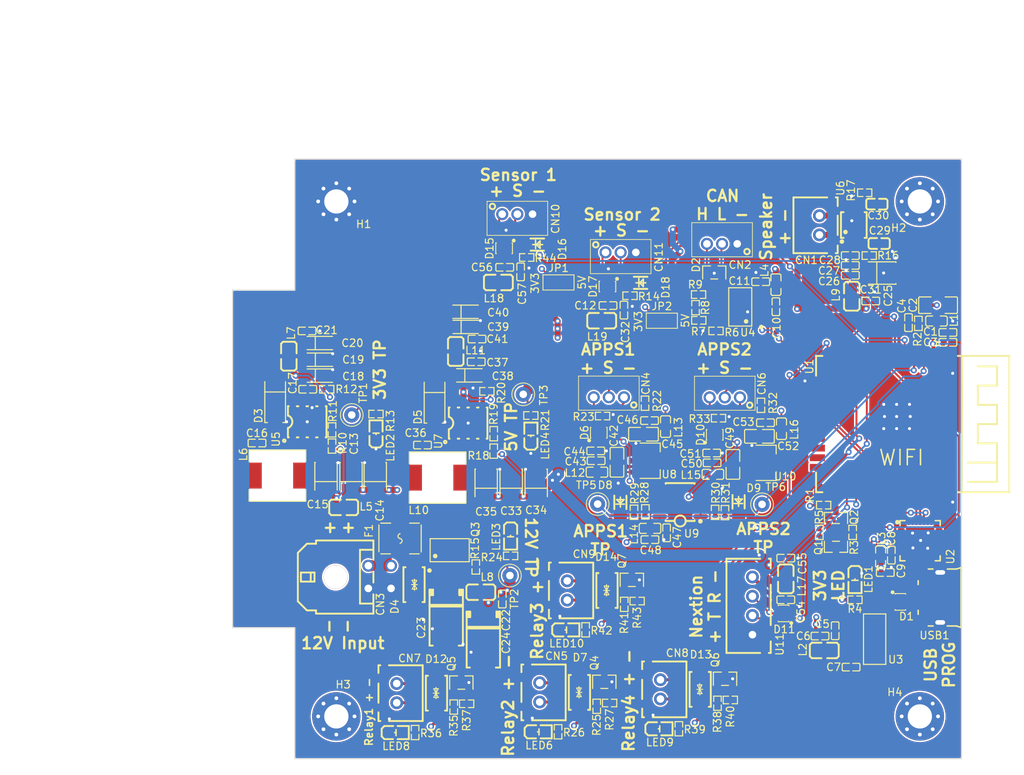
<source format=kicad_pcb>
(kicad_pcb (version 20211014) (generator pcbnew)
  (layers (0 "F.Cu" signal) (1 "In1.Cu" power) (2 "In2.Cu" power) (31 "B.Cu" signal) (34 "B.Paste" user) (35 "F.Paste" user) (36 "B.SilkS" user "B.Silkscreen") (37 "F.SilkS" user "F.Silkscreen") (38 "B.Mask" user) (39 "F.Mask" user) (44 "Edge.Cuts" user))
  (net 0 "")
  (net 1 "Net-(C1-Pad2)")
  (net 2 "GND")
  (net 3 "+3.3V")
  (net 4 "/ESP_EN")
  (net 5 "Net-(C5-Pad2)")
  (net 6 "/USB_CP2102/VBUS")
  (net 7 "Net-(C8-Pad2)")
  (net 8 "Net-(C10-Pad2)")
  (net 9 "Net-(C15-Pad1)")
  (net 10 "Net-(C16-Pad2)")
  (net 11 "Net-(C16-Pad1)")
  (net 12 "Net-(C17-Pad2)")
  (net 13 "+12V")
  (net 14 "Net-(C23-Pad1)")
  (net 15 "+5V")
  (net 16 "Net-(C29-Pad2)")
  (net 17 "Net-(C30-Pad2)")
  (net 18 "/Audio")
  (net 19 "Net-(C36-Pad2)")
  (net 20 "Net-(C36-Pad1)")
  (net 21 "Net-(C37-Pad2)")
  (net 22 "Net-(C42-Pad2)")
  (net 23 "/APPS/Isolated Pot1/Apps_5v")
  (net 24 "Net-(C45-Pad2)")
  (net 25 "Net-(C47-Pad2)")
  (net 26 "Net-(C49-Pad2)")
  (net 27 "/APPS/Isolated Pot/Apps_5v")
  (net 28 "Net-(C52-Pad2)")
  (net 29 "Net-(C54-Pad2)")
  (net 30 "Net-(C56-Pad2)")
  (net 31 "Net-(C57-Pad2)")
  (net 32 "/Audio Amp/Speaker-")
  (net 33 "/Audio Amp/Speaker+")
  (net 34 "Net-(CN3-Pad2)")
  (net 35 "Net-(CN4-Pad1)")
  (net 36 "Net-(CN4-Pad2)")
  (net 37 "Net-(C12-Pad2)")
  (net 38 "Net-(CN5-Pad2)")
  (net 39 "Net-(CN6-Pad1)")
  (net 40 "Net-(CN6-Pad2)")
  (net 41 "Net-(C32-Pad2)")
  (net 42 "Net-(CN7-Pad2)")
  (net 43 "Net-(CN11-Pad2)")
  (net 44 "Net-(CN8-Pad2)")
  (net 45 "/IO35")
  (net 46 "Net-(CN9-Pad2)")
  (net 47 "Net-(CN10-Pad2)")
  (net 49 "/USB_CP2102/D-")
  (net 50 "/USB_CP2102/D+")
  (net 52 "Net-(D4-Pad2)")
  (net 53 "/APPS/Isolated Pot1/OUT")
  (net 54 "/APPS2")
  (net 55 "/APPS1")
  (net 56 "/APPS/Isolated Pot/OUT")
  (net 57 "/UART_RX")
  (net 58 "/UART_TX")
  (net 61 "Net-(LED1-Pad1)")
  (net 62 "Net-(LED2-Pad1)")
  (net 63 "/IO34")
  (net 64 "Net-(LED4-Pad1)")
  (net 65 "Net-(LED3-Pad1)")
  (net 66 "Net-(LED6-Pad1)")
  (net 67 "Net-(D2-Pad2)")
  (net 68 "Net-(LED8-Pad1)")
  (net 69 "Net-(LED9-Pad1)")
  (net 70 "Net-(LED10-Pad1)")
  (net 71 "Net-(Q1-Pad1)")
  (net 72 "/USB_CP2102/RTS")
  (net 73 "Net-(Q2-Pad1)")
  (net 74 "/USB_CP2102/DTR")
  (net 75 "/IO0")
  (net 76 "Net-(Q3-Pad4)")
  (net 77 "Net-(Q4-Pad1)")
  (net 78 "Net-(Q5-Pad1)")
  (net 79 "Net-(Q6-Pad1)")
  (net 80 "Net-(Q7-Pad1)")
  (net 81 "Net-(R6-Pad1)")
  (net 82 "Net-(R7-Pad2)")
  (net 83 "Net-(R9-Pad1)")
  (net 84 "Net-(R10-Pad1)")
  (net 85 "Net-(R12-Pad1)")
  (net 86 "Net-(R16-Pad2)")
  (net 87 "Net-(R17-Pad2)")
  (net 88 "Net-(R18-Pad1)")
  (net 89 "Net-(R20-Pad1)")
  (net 90 "/IO26")
  (net 91 "Net-(R28-Pad2)")
  (net 92 "Net-(R30-Pad2)")
  (net 93 "/IO12")
  (net 94 "/IO32")
  (net 95 "/IO33")
  (net 97 "/CAND")
  (net 98 "/CANR")
  (net 111 "/AMP_ENABLE")
  (net 112 "Net-(D2-Pad1)")
  (net 113 "/Audio Amp/Vin_f")
  (net 114 "/SDA")
  (net 115 "/ESP_RX")
  (net 116 "/ESP_TX")
  (net 117 "/SCL")
  (footprint "easyeda2kicad:C0402_NEW" (layer "F.Cu") (at 103.155 79.77 180)
    (fp_text reference "C37")
    (fp_text value "100nF")
  )
  (footprint "easyeda2kicad:C0402" (layer "F.Cu") (at 74.23 90.5 180)
    (fp_text reference "C16")
    (fp_text value "10nF")
  )
  (footprint "easyeda2kicad:WIFIM-SMD_38P-L25.5-W18.0-P1.27" (layer "F.Cu") (at 157.103804 88 -90)
    (fp_text reference "U1")
    (fp_text value "ESP32-SOLO-1")
  )
  (footprint "easyeda2kicad:R0402" (layer "F.Cu") (at 122.693749 111.8 90)
    (fp_text reference "R41")
    (fp_text value "100Ω")
  )
  (footprint "easyeda2kicad:CONN-TH_B3B-PH-K-S" (layer "F.Cu") (at 135.600001 64.2)
    (fp_text reference "CN2")
    (fp_text value "B3B-PH-K-S(LF)(SN)")
  )
  (footprint "easyeda2kicad:MICRO-USB-SMD_10118193-0001LF" (layer "F.Cu") (at 163.046304 110.89 90)
    (fp_text reference "USB1")
    (fp_text value "10118193-0001LF")
  )
  (footprint "easyeda2kicad:C0402_NEW" (layer "F.Cu") (at 157.933804 105.3 90)
    (fp_text reference "C8")
    (fp_text value "100nF")
  )
  (footprint "easyeda2kicad:ESOP-8_L4.9-W3.9-P1.27-LS6.0-TL-EP" (layer "F.Cu") (at 80.86 87.695 90)
    (fp_text reference "U5")
    (fp_text value "TPS5430DDAR")
  )
  (footprint "easyeda2kicad:CONN-TH_B2B-XH-A-LF-SN" (layer "F.Cu") (at 148.4475 61.75 90)
    (fp_text reference "CN1")
    (fp_text value "B2B-XH-A(LF)(SN)")
  )
  (footprint "easyeda2kicad:C0402_NEW" (layer "F.Cu") (at 103.254999 76.77 180)
    (fp_text reference "C41")
    (fp_text value "100nF")
  )
  (footprint "easyeda2kicad:R0402" (layer "F.Cu") (at 100.193749 125.360001 90)
    (fp_text reference "R35")
    (fp_text value "100Ω")
  )
  (footprint "easyeda2kicad:L0805" (layer "F.Cu") (at 149.053804 117.892499 180)
    (fp_text reference "L2")
    (fp_text value "100Ω 800mA")
  )
  (footprint "easyeda2kicad:R0402" (layer "F.Cu") (at 113.960001 128.63 -90)
    (fp_text reference "R26")
    (fp_text value "1kΩ 0402 50V")
  )
  (footprint "easyeda2kicad:R0402" (layer "F.Cu") (at 119.06 125.26 90)
    (fp_text reference "R25")
    (fp_text value "100Ω")
  )
  (footprint "easyeda2kicad:R0402" (layer "F.Cu") (at 124.393749 111.369998 180)
    (fp_text reference "R43")
    (fp_text value "10kΩ")
  )
  (footprint "easyeda2kicad:SMA_L4.3-W2.7-LS5.1-BI" (layer "F.Cu") (at 132.663749 123.030001 -90)
    (fp_text reference "D13")
    (fp_text value "SMAJ14CA")
  )
  (footprint "easyeda2kicad:C0402" (layer "F.Cu") (at 165.403804 77.2 180)
    (fp_text reference "C3")
    (fp_text value "1uF")
  )
  (footprint "easyeda2kicad:C0402" (layer "F.Cu") (at 157.133804 107.6 180)
    (fp_text reference "C9")
    (fp_text value "1uF")
  )
  (footprint "easyeda2kicad:C0805" (layer "F.Cu") (at 140.53 89.620001)
    (fp_text reference "C52")
    (fp_text value "10uF")
  )
  (footprint "easyeda2kicad:LED0603-R-RD" (layer "F.Cu") (at 92.49375 128.73)
    (fp_text reference "LED8")
    (fp_text value "Green LED 0603")
  )
  (footprint "easyeda2kicad:LED0603-R-RD" (layer "F.Cu") (at 114.993749 115.17)
    (fp_text reference "LED10")
    (fp_text value "Green LED 0603")
  )
  (footprint "easyeda2kicad:R0402" (layer "F.Cu") (at 134.68 99.66 90)
    (fp_text reference "R30")
    (fp_text value "10kΩ 0402 50V")
  )
  (footprint "easyeda2kicad:R0402" (layer "F.Cu") (at 161.503804 74.7 90)
    (fp_text reference "R2")
    (fp_text value "10kΩ 0402 50V")
  )
  (footprint "easyeda2kicad:LED0603-R-RD" (layer "F.Cu") (at 107.700002 102.799999 -90)
    (fp_text reference "LED3")
    (fp_text value "Red LED 0603")
  )
  (footprint "easyeda2kicad:F1812" (layer "F.Cu") (at 93.105367 103.110959)
    (fp_text reference "F1")
    (fp_text value "33V 750mA Fuse")
  )
  (footprint "easyeda2kicad:CAP-SMD_L3.5-W2.8" (layer "F.Cu") (at 156.72 68.05 180)
    (fp_text reference "C31")
    (fp_text value "100uF 6.3V Tantal 3528")
  )
  (footprint "easyeda2kicad:R0402" (layer "F.Cu") (at 132.100001 72.63 -90)
    (fp_text reference "R8")
    (fp_text value "120Ω ")
  )
  (footprint "easyeda2kicad:CAP-SMD_L3.5-W2.8" (layer "F.Cu") (at 107.765 95.77 -90)
    (fp_text reference "C33")
    (fp_text value "100uF")
  )
  (footprint "easyeda2kicad:R0402" (layer "F.Cu") (at 123.98 99.64 -90)
    (fp_text reference "R29")
    (fp_text value "10kΩ 0402 50V")
  )
  (footprint "easyeda2kicad:C0402" (layer "F.Cu") (at 144.01 111.200001 180)
    (fp_text reference "C54")
    (fp_text value "10uF")
  )
  (footprint "easyeda2kicad:SMA_L4.3-W2.7-LS5.1-BI" (layer "F.Cu") (at 120.363749 109.969998 -90)
    (fp_text reference "D14")
    (fp_text value "SMAJ14CA")
  )
  (footprint "easyeda2kicad:R0402" (layer "F.Cu") (at 125.48 99.59 90)
    (fp_text reference "R28")
    (fp_text value "10kΩ 0402 50V")
  )
  (footprint "easyeda2kicad:CAP-SMD_L3.2-W1.6-RD-C7171" (layer "F.Cu") (at 82.52 77.300001)
    (fp_text reference "C20")
    (fp_text value "10uF ")
  )
  (footprint "easyeda2kicad:CONN-TH_B2B-XH-A-LF-SN" (layer "F.Cu") (at 115.166249 109.969999 -90)
    (fp_text reference "CN9")
    (fp_text value "B2B-XH-A(LF)(SN)")
  )
  (footprint "easyeda2kicad:R0402" (layer "F.Cu") (at 136.693751 124.429999 180)
    (fp_text reference "R40")
    (fp_text value "10kΩ")
  )
  (footprint "easyeda2kicad:R0402" (layer "F.Cu") (at 110.365 86.87 180)
    (fp_text reference "R21")
    (fp_text value "1kΩ 0402 50V")
  )
  (footprint "easyeda2kicad:C0402" (layer "F.Cu") (at 152.520001 68.349998)
    (fp_text reference "C26")
    (fp_text value "1uF")
  )
  (footprint "easyeda2kicad:CONN-TH_B2B-XH-A-LF-SN" (layer "F.Cu") (at 92.666251 123.530001 -90)
    (fp_text reference "CN7")
    (fp_text value "B2B-XH-A(LF)(SN)")
  )
  (footprint "easyeda2kicad:SOT-363_L2.0-W1.3-P0.65-LS2.1-BR" (layer "F.Cu") (at 159.121304 111.48 180)
    (fp_text reference "D1")
    (fp_text value "SMF05CT1G")
  )
  (footprint "easyeda2kicad:L0805" (layer "F.Cu") (at 100.454999 78.370001 90)
    (fp_text reference "L11")
    (fp_text value "100Ω 800mA")
  )
  (footprint "easyeda2kicad:SMA_L4.3-W2.7-LS5.1-BI" (layer "F.Cu") (at 116.73 123.43 -90)
    (fp_text reference "D7")
    (fp_text value "SMAJ14CA")
  )
  (footprint "easyeda2kicad:R0402" (layer "F.Cu") (at 148.433803 102.3 90)
    (fp_text reference "R5")
    (fp_text value "10kΩ 0402 50V")
  )
  (footprint "easyeda2kicad:CONN-TH_B4B-XH-A-LF-SN" (layer "F.Cu") (at 139.61 112 90)
    (fp_text reference "U11")
    (fp_text value "B4B-XH-A(LF)(SN)")
  )
  (footprint "easyeda2kicad:C0402_NEW" (layer "F.Cu") (at 150.523804 115.2925 -90)
    (fp_text reference "C5")
    (fp_text value "100nF")
  )
  (footprint "easyeda2kicad:SOT-23-3_L3.0-W1.7-P0.95-LS2.9-BR" (layer "F.Cu") (at 134.570001 67.980002 -90)
    (fp_text reference "D2")
    (fp_text value "PSM712-LF-T7")
  )
  (footprint "easyeda2kicad:L0805" (layer "F.Cu") (at 152.72 71.08 90)
    (fp_text reference "L9")
    (fp_text value "100Ω 800mA")
  )
  (footprint "easyeda2kicad:C0402_NEW" (layer "F.Cu") (at 126.08 103.26 180)
    (fp_text reference "C48")
    (fp_text value "100nF")
  )
  (footprint "easyeda2kicad:CONN-TH_0430450400" (layer "F.Cu") (at 90.42 108.199999 -90)
    (fp_text reference "CN3")
    (fp_text value "0430450400")
  )
  (footprint "easyeda2kicad:C0402" (layer "F.Cu") (at 141.33 87.820001)
    (fp_text reference "C53")
    (fp_text value "1uF")
  )
  (footprint "easyeda2kicad:CONN-TH_B2B-XH-A-LF-SN" (layer "F.Cu") (at 111.5325 123.43 -90)
    (fp_text reference "CN5")
    (fp_text value "B2B-XH-A(LF)(SN)")
  )
  (footprint "easyeda2kicad:SOT-23-3_L2.9-W1.3-P1.90-LS2.4-BR" (layer "F.Cu") (at 150.633804 104.2 90)
    (fp_text reference "Q1")
    (fp_text value "SS8050_C2150")
  )
  (footprint "easyeda2kicad:C0402_NEW" (layer "F.Cu") (at 80.93 83.4 180)
    (fp_text reference "C17")
    (fp_text value "100nF")
  )
  (footprint "easyeda2kicad:SOIC-8_L5.0-W4.0-P1.27-LS6.0-BL" (layer "F.Cu") (at 130.0725 98.295005 90)
    (fp_text reference "U9")
    (fp_text value "LM358DR2G")
  )
  (footprint "easyeda2kicad:R0402" (layer "F.Cu") (at 117.59375 115.169999 -90)
    (fp_text reference "R42")
    (fp_text value "1kΩ 0402 50V")
  )
  (footprint "easyeda2kicad:LL-34_L3.5-W1.5-RD" (layer "F.Cu") (at 137.78 98.259999 90)
    (fp_text reference "D9")
    (fp_text value "ZMM3V3")
  )
  (footprint "easyeda2kicad:R0402" (layer "F.Cu") (at 105.465 89.270001 -90)
    (fp_text reference "R19")
    (fp_text value "18kΩ")
  )
  (footprint "easyeda2kicad:SOT-23-3_L2.9-W1.3-P1.90-LS2.4-BR" (layer "F.Cu") (at 150.633804 100.4 -90)
    (fp_text reference "Q2")
    (fp_text value "SS8050_C2150")
  )
  (footprint "easyeda2kicad:R0402" (layer "F.Cu") (at 152.833804 102.3 -90)
    (fp_text reference "R3")
    (fp_text value "10kΩ 0402 50V")
  )
  (footprint "easyeda2kicad:SOT-363_L2.0-W1.3-P0.65-LS2.1-BR" (layer "F.Cu") (at 106.8375 64.7875 90)
    (fp_text reference "D15")
    (fp_text value "SMF05CT1G")
  )
  (footprint "easyeda2kicad:LED0603-R-RD" (layer "F.Cu") (at 89.93 89.275 90)
    (fp_text reference "LED2")
    (fp_text value "Red LED 0603")
  )
  (footprint "easyeda2kicad:C0402" (layer "F.Cu") (at 109.0175 67.9 -90)
    (fp_text reference "C57")
    (fp_text value "10uF")
  )
  (footprint "easyeda2kicad:CAP-SMD_L3.5-W2.8" (layer "F.Cu") (at 86.63 94.9 -90)
    (fp_text reference "C13")
    (fp_text value "100uF")
  )
  (footprint "easyeda2kicad:SMA_L4.2-W2.6-LS5.3-RD" (layer "F.Cu") (at 97.664999 85.17 -90)
    (fp_text reference "D5")
    (fp_text value "SS14")
  )
  (footprint "easyeda2kicad:R0402" (layer "F.Cu") (at 84.13 88.769999 -90)
    (fp_text reference "R11")
    (fp_text value "33kΩ")
  )
  (footprint "MountingHole:MountingHole_3.2mm_M3_Pad_Via" (layer "F.Cu") (at 161.7 58.6)
    (fp_text reference "H2")
    (fp_text value "MountingHole_3.2mm_M3_Pad_Via")
  )
  (footprint "easyeda2kicad:R0402" (layer "F.Cu") (at 135.98 99.69 -90)
    (fp_text reference "R31")
    (fp_text value "10kΩ 0402 50V")
  )
  (footprint "easyeda2kicad:SOT-23-3_L2.9-W1.6-P1.90-LS2.8-BR" (layer "F.Cu") (at 123.693749 108.57 -90)
    (fp_text reference "Q7")
    (fp_text value "AO3400A")
  )
  (footprint "easyeda2kicad:R0402" (layer "F.Cu") (at 155.02 65.750001 180)
    (fp_text reference "R16")
    (fp_text value "150kΩ 0402 50V")
  )
  (footprint "easyeda2kicad:SOT-23-3_L2.9-W1.6-P1.90-LS2.8-BR" (layer "F.Cu") (at 101.19375 122.13 -90)
    (fp_text reference "Q5")
    (fp_text value "AO3400A")
  )
  (footprint "easyeda2kicad:C0603" (layer "F.Cu") (at 156.319999 64.150001 180)
    (fp_text reference "C29")
    (fp_text value "15nF")
  )
  (footprint "easyeda2kicad:C0402" (layer "F.Cu") (at 126.03 87.54)
    (fp_text reference "C46")
    (fp_text value "1uF")
  )
  (footprint "easyeda2kicad:R0402" (layer "F.Cu") (at 129.893752 128.229999 -90)
    (fp_text reference "R39")
    (fp_text value "1kΩ 0402 50V")
  )
  (footprint "easyeda2kicad:CAP-SMD_L7.3-W4.3-L-FD" (layer "F.Cu") (at 104.100002 116.399999 -90)
    (fp_text reference "C24")
    (fp_text value "100uF")
  )
  (footprint "easyeda2kicad:R0402" (layer "F.Cu") (at 134.99375 124.86 90)
    (fp_text reference "R38")
    (fp_text value "100Ω")
  )
  (footprint "easyeda2kicad:LL-34_L3.5-W1.5-RD" (layer "F.Cu") (at 122.18 98.34 90)
    (fp_text reference "D8")
    (fp_text value "ZMM3V3")
  )
  (footprint "easyeda2kicad:CAP-SMD_L3.2-W1.6-RD-C7171" (layer "F.Cu") (at 102.255 81.57)
    (fp_text reference "C38")
    (fp_text value "10uF ")
  )
  (footprint "easyeda2kicad:ESOP-8_L4.9-W3.9-P1.27-LS6.0-TL-EP" (layer "F.Cu") (at 102.095 87.864999 90)
    (fp_text reference "U7")
    (fp_text value "TPS5430DDAR")
  )
  (footprint "easyeda2kicad:C0402_NEW" (layer "F.Cu") (at 152.623804 120.0925)
    (fp_text reference "C7")
    (fp_text value "100nF")
  )
  (footprint "easyeda2kicad:C0402" (layer "F.Cu") (at 155.22 71.75 180)
    (fp_text reference "C25")
    (fp_text value "1uF")
  )
  (footprint "easyeda2kicad:R0402" (layer "F.Cu") (at 105.464999 91.569999 -90)
    (fp_text reference "R18")
    (fp_text value "56kΩ")
  )
  (footprint "easyeda2kicad:CONN-TH_B2B-XH-A-LF-SN" (layer "F.Cu") (at 127.466251 123.03 -90)
    (fp_text reference "CN8")
    (fp_text value "B2B-XH-A(LF)(SN)")
  )
  (footprint "easyeda2kicad:C0402" (layer "F.Cu") (at 118.98 92.84 180)
    (fp_text reference "C43")
    (fp_text value "1uF")
  )
  (footprint "easyeda2kicad:C0402" (layer "F.Cu") (at 152.520001 67.050001)
    (fp_text reference "C27")
    (fp_text value "25V 1uF X5R ±10% 0402")
  )
  (footprint "easyeda2kicad:CONN-TH_B3B-PH-K-S" (layer "F.Cu") (at 122.219999 65.330001 180)
    (fp_text reference "CN11")
    (fp_text value "B3B-PH-K-S(LF)(SN)")
  )
  (footprint "easyeda2kicad:R0402" (layer "F.Cu") (at 132.530003 74.3)
    (fp_text reference "R7")
    (fp_text value "0Ω")
  )
  (footprint "easyeda2kicad:R0402" (layer "F.Cu") (at 120.76 124.83 180)
    (fp_text reference "R27")
    (fp_text value "10kΩ")
  )
  (footprint "easyeda2kicad:SOT-89-3_L4.5-W2.5-P1.50-LS4.2-BR" (layer "F.Cu") (at 125.489999 92.84 180)
    (fp_text reference "U8")
    (fp_text value "HT7550")
  )
  (footprint "TestPoint:TestPoint_Loop_D2.50mm_Drill1.0mm_LowProfile" (layer "F.Cu") (at 140.88 98.6)
    (fp_text reference "TP6")
    (fp_text value "TestPoint")
  )
  (footprint "TestPoint:TestPoint_Loop_D2.50mm_Drill1.0mm_LowProfile" (layer "F.Cu") (at 107.6 108 -90)
    (fp_text reference "TP2")
    (fp_text value "TestPoint")
  )
  (footprint "easyeda2kicad:L0603" (layer "F.Cu") (at 128.13 88.340001 -90)
    (fp_text reference "L13")
    (fp_text value "600Ω 200mA")
  )
  (footprint "easyeda2kicad:CAP-SMD_L3.5-W2.8" (layer "F.Cu") (at 111.064999 95.770001 -90)
    (fp_text reference "C34")
    (fp_text value "100uF")
  )
  (footprint "easyeda2kicad:R0402" (layer "F.Cu") (at 83.430001 83.4)
    (fp_text reference "R12")
    (fp_text value "10kΩ")
  )
  (footprint "easyeda2kicad:C0805" (layer "F.Cu") (at 137.03 93.32 -90)
    (fp_text reference "C49")
    (fp_text value "10uF")
  )
  (footprint "easyeda2kicad:C0402" (layer "F.Cu") (at 144.01 105.7 180)
    (fp_text reference "C55")
    (fp_text value "10uF")
  )
  (footprint "easyeda2kicad:CAP-SMD_L7.3-W4.3-L-FD" (layer "F.Cu") (at 99.200001 113.499999 -90)
    (fp_text reference "C23")
    (fp_text value "100uF")
  )
  (footprint "easyeda2kicad:R0402" (layer "F.Cu") (at 119.83 86.94 180)
    (fp_text reference "R23")
    (fp_text value "1kΩ 0402 50V")
  )
  (footprint "easyeda2kicad:R0402" (layer "F.Cu") (at 153.133804 111.2 180)
    (fp_text reference "R4")
    (fp_text value "4.7kΩ 0402 50V")
  )
  (footprint "easyeda2kicad:C0402_NEW" (layer "F.Cu") (at 80.83 75.7 180)
    (fp_text reference "C21")
    (fp_text value "100nF")
  )
  (footprint "easyeda2kicad:R0402" (layer "F.Cu") (at 149.003804 98.7 180)
    (fp_text reference "R1")
    (fp_text value "10kΩ 0402 50V")
  )
  (footprint "easyeda2kicad:IND-SMD_L7.3-W6.6" (layer "F.Cu") (at 98.065 95.07)
    (fp_text reference "L10")
    (fp_text value " 3A 22uH ±20% 107mΩ")
  )
  (footprint "easyeda2kicad:SOP-8_L4.9-W3.9-P1.27-LS6.0-BL" (layer "F.Cu") (at 99.657501 104.654999)
    (fp_text reference "Q3")
    (fp_text value "AO4407")
  )
  (footprint "easyeda2kicad:R0402" (layer "F.Cu") (at 101.89375 124.929999 180)
    (fp_text reference "R37")
    (fp_text value "10kΩ")
  )
  (footprint "easyeda2kicad:L0603" (layer "F.Cu") (at 134.38 94.62 180)
    (fp_text reference "L15")
    (fp_text value "600Ω 200mA")
  )
  (footprint "easyeda2kicad:L0603" (layer "F.Cu") (at 142.700001 69.600001 -90)
    (fp_text reference "L4")
    (fp_text value "600Ω 200mA")
  )
  (footprint "easyeda2kicad:L0603" (layer "F.Cu") (at 119.08 94.34 180)
    (fp_text reference "L12")
    (fp_text value "600Ω 200mA")
  )
  (footprint "easyeda2kicad:SOIC-8_L4.9-W3.9-P1.27-LS6.0-BL" (layer "F.Cu") (at 138.000001 72.5275 90)
    (fp_text reference "U4")
    (fp_text value "SN65HVD230DR")
  )
  (footprint "easyeda2kicad:SOT-363_L2.0-W1.3-P0.65-LS2.1-BR" (layer "F.Cu") (at 120.469999 69.837499 90)
    (fp_text reference "D17")
    (fp_text value "SMF05CT1G")
  )
  (footprint "easyeda2kicad:R0402" (layer "F.Cu") (at 132.500001 70.899999 180)
    (fp_text reference "R9")
    (fp_text value "0Ω")
  )
  (footprint "easyeda2kicad:R0402" (layer "F.Cu") (at 140.73 85.52 90)
    (fp_text reference "R32")
    (fp_text value "100Ω 0402 50V")
  )
  (footprint "easyeda2kicad:L0805" (layer "F.Cu") (at 144.01 108.400001 90)
    (fp_text reference "L17")
    (fp_text value "100Ω 800mA")
  )
  (footprint "easyeda2kicad:R0402" (layer "F.Cu") (at 103.1 106.869999 -90)
    (fp_text reference "R15")
    (fp_text value "100Ω 0402 50V")
  )
  (footprint "easyeda2kicad:R0402" (layer "F.Cu") (at 84.129999 90.899999 -90)
    (fp_text reference "R10")
    (fp_text value "56kΩ")
  )
  (footprint "Jumper:SolderJumper-3_P1.3mm_Bridged12_Pad1.0x1.5mm_NumberLabels" (layer "F.Cu") (at 127.649999 74.35)
    (fp_text reference "JP2")
    (fp_text value "SolderJumper_3_Bridged12")
  )
  (footprint "Jumper:SolderJumper-3_P1.3mm_Bridged12_Pad1.0x1.5mm_NumberLabels" (layer "F.Cu") (at 114.0175 69.300001)
    (fp_text reference "JP1")
    (fp_text value "SolderJumper_3_Bridged12")
  )
  (footprint "easyeda2kicad:SMA_L4.3-W2.7-LS5.1-BI" (layer "F.Cu") (at 97.86375 123.529999 -90)
    (fp_text reference "D12")
    (fp_text value "SMAJ14CA")
  )
  (footprint "easyeda2kicad:C0402" (layer "F.Cu") (at 140.700001 69.200001)
    (fp_text reference "C11")
    (fp_text value "1uF")
  )
  (footprint "MountingHole:MountingHole_3.2mm_M3_Pad_Via" (layer "F.Cu") (at 161.7 126.6)
    (fp_text reference "H4")
    (fp_text value "MountingHole_3.2mm_M3_Pad_Via")
  )
  (footprint "easyeda2kicad:CAP-SMD_L3.2-W1.6-RD-C7171" (layer "F.Cu") (at 82.530001 79.5)
    (fp_text reference "C19")
    (fp_text value "10uF ")
  )
  (footprint "easyeda2kicad:C1206" (layer "F.Cu") (at 164.103804 72.3 180)
    (fp_text reference "C2")
    (fp_text value "47uF")
  )
  (footprint "easyeda2kicad:LED0603-R-RD" (layer "F.Cu") (at 127.293751 128.23)
    (fp_text reference "LED9")
    (fp_text value "Green LED 0603")
  )
  (footprint "easyeda2kicad:R0402" (layer "F.Cu") (at 125.43 85.239999 90)
    (fp_text reference "R22")
    (fp_text value "100Ω 0402 50V")
  )
  (footprint "easyeda2kicad:SOT-23-3_L2.9-W1.6-P1.90-LS2.8-BR" (layer "F.Cu") (at 120.06 122.03 -90)
    (fp_text reference "Q4")
    (fp_text value "AO3400A")
  )
  (footprint "easyeda2kicad:L0805" (layer "F.Cu") (at 85.63 99 180)
    (fp_text reference "L5")
    (fp_text value "100Ω 800mA")
  )
  (footprint "easyeda2kicad:C0402" (layer "F.Cu") (at 152.52 65.750001)
    (fp_text reference "C28")
    (fp_text value "25V 1uF X5R ±10% 0402")
  )
  (footprint "easyeda2kicad:L0805" (layer "F.Cu") (at 103.800002 110.199999)
    (fp_text reference "L8")
    (fp_text value "100Ω 800mA")
  )
  (footprint "MountingHole:MountingHole_3.2mm_M3_Pad_Via" (layer "F.Cu") (at 84.7 58.6)
    (fp_text reference "H1")
    (fp_text value "MountingHole_3.2mm_M3_Pad_Via")
  )
  (footprint "easyeda2kicad:R0402" (layer "F.Cu") (at 135.13 87.219999 180)
    (fp_text reference "R33")
    (fp_text value "1kΩ 0402 50V")
  )
  (footprint "easyeda2kicad:CAP-SMD_L3.2-W1.6-RD-C7171" (layer "F.Cu") (at 82.53 81.6)
    (fp_text reference "C18")
    (fp_text value "10uF ")
  )
  (footprint "easyeda2kicad:CAP-SMD_L3.2-W1.6-RD-C7171" (layer "F.Cu") (at 101.765 75.169999)
    (fp_text reference "C39")
    (fp_text value "10uF ")
  )
  (footprint "easyeda2kicad:SOT-363_L2.0-W1.3-P0.65-LS2.1-BR" (layer "F.Cu") (at 134.63 89.42 -90)
    (fp_text reference "D10")
    (fp_text value "SMF05CT1G")
  )
  (footprint "easyeda2kicad:L0603" (layer "F.Cu") (at 156.533804 105.5 90)
    (fp_text reference "L3")
    (fp_text value "600Ω 200mA")
  )
  (footprint "easyeda2kicad:CONN-TH_B3B-PH-K-S" (layer "F.Cu") (at 108.587499 60.28 180)
    (fp_text reference "CN10")
    (fp_text value "B3B-PH-K-S(LF)(SN)")
  )
  (footprint "TestPoint:TestPoint_Loop_D2.50mm_Drill1.0mm_LowProfile" (layer "F.Cu") (at 119.18 98.56)
    (fp_text reference "TP5")
    (fp_text value "TestPoint")
  )
  (footprint "easyeda2kicad:C0402_NEW" (layer "F.Cu") (at 142.700001 72.5 90)
    (fp_text reference "C10")
    (fp_text value "100nF")
  )
  (footprint "easyeda2kicad:C0402" (layer "F.Cu") (at 160.203804 74.6 -90)
    (fp_text reference "C4")
    (fp_text value "10uF")
  )
  (footprint "easyeda2kicad:LED0603-R-RD" (layer "F.Cu") (at 111.36 128.63)
    (fp_text reference "LED6")
    (fp_text value "Green LED 0603")
  )
  (footprint "easyeda2kicad:SMA_L4.2-W2.6-LS5.3-RD" (layer "F.Cu") (at 76.630001 85.1 -90)
    (fp_text reference "D3")
    (fp_text value "SS14")
  )
  (footprint "TestPoint:TestPoint_Loop_D2.50mm_Drill1.0mm_LowProfile" (layer "F.Cu") (at 109.365 84.07 90)
    (fp_text reference "TP3")
    (fp_text value "TestPoint")
  )
  (footprint "easyeda2kicad:L0805" (layer "F.Cu") (at 119.749999 74.349999)
    (fp_text reference "L19")
    (fp_text value "100Ω 800mA")
  )
  (footprint "easyeda2kicad:SOT-363_L2.0-W1.3-P0.65-LS2.1-BR" (layer "F.Cu") (at 143.71 113)
    (fp_text reference "D11")
    (fp_text value "SMF05CT1G")
  )
  (footprint "easyeda2kicad:SOT-223-3_L6.5-W3.4-P2.30-LS7.0-BR" (layer "F.Cu") (at 155.633804 116.4 180)
    (fp_text reference "U3")
    (fp_text value "AMS1117-3.3")
  )
  (footprint "easyeda2kicad:C0402" (layer "F.Cu") (at 96.064999 90.77 180)
    (fp_text reference "C36")
    (fp_text value "10nF")
  )
  (footprint "easyeda2kicad:SOT-363_L2.0-W1.3-P0.65-LS2.1-BR" (layer "F.Cu") (at 119.33 89.14 -90)
    (fp_text reference "D6")
    (fp_text value "SMF05CT1G")
  )
  (footprint "MountingHole:MountingHole_3.2mm_M3_Pad_Via" (layer "F.Cu") (at 84.7 126.6)
    (fp_text reference "H3")
    (fp_text value "MountingHole_3.2mm_M3_Pad_Via")
  )
  (footprint "easyeda2kicad:C0402" (layer "F.Cu") (at 134.23 91.82 180)
    (fp_text reference "C51")
    (fp_text value "1uF")
  )
  (footprint "easyeda2kicad:L0805" (layer "F.Cu") (at 106.1175 69.3)
    (fp_text reference "L18")
    (fp_text value "100Ω 800mA")
  )
  (footprint "easyeda2kicad:C0402" (layer "F.Cu") (at 118.93 91.54 180)
    (fp_text reference "C44")
    (fp_text value "1uF")
  )
  (footprint "easyeda2kicad:L0603" (layer "F.Cu") (at 143.43 88.62 -90)
    (fp_text reference "L16")
    (fp_text value "600Ω 200mA")
  )
  (footprint "easyeda2kicad:CONN-TH_B3B-PH-K-S" (layer "F.Cu") (at 135.960001 84.48)
    (fp_text reference "CN6")
    (fp_text value "B3B-PH-K-S(LF)(SN)")
  )
  (footprint "easyeda2kicad:C0805" (layer "F.Cu") (at 125.23 89.34)
    (fp_text reference "C45")
    (fp_text value "10uF")
  )
  (footprint "easyeda2kicad:IND-SMD_L7.3-W6.6" (layer "F.Cu") (at 76.93 94.8)
    (fp_text reference "L6")
    (fp_text value " 3A 22uH ±20% 107mΩ")
  )
  (footprint "easyeda2kicad:L0603" (layer "F.Cu") (at 163.903804 74.4)
    (fp_text reference "L1")
    (fp_text value "600Ω 200mA")
  )
  (footprint "easyeda2kicad:SOT-23-3_L2.9-W1.6-P1.90-LS2.8-BR" (layer "F.Cu") (at 135.993751 121.629999 -90)
    (fp_text reference "Q6")
    (fp_text value "AO3400A")
  )
  (footprint "easyeda2kicad:CAP-SMD_L3.5-W2.8" (layer "F.Cu") (at 104.464999 95.77 -90)
    (fp_text reference "C35")
    (fp_text value "100uF")
  )
  (footprint "easyeda2kicad:C0402" (layer "F.Cu") (at 122.649999 72.949999 -90)
    (fp_text reference "C32")
    (fp_text value "10uF")
  )
  (footprint "easyeda2kicad:MSOP-8_L3.0-W3.0-P0.65-LS5.0-BL" (layer "F.Cu") (at 153.02 61.75)
    (fp_text reference "U6")
    (fp_text value "PAM8303DBSC")
  )
  (footprint "easyeda2kicad:SOT-89-3_L4.5-W2.5-P1.50-LS4.2-BR" (layer "F.Cu") (at 140.79 93.12 180)
    (fp_text reference "U10")
    (fp_text value "HT7550")
  )
  (footprint "easyeda2kicad:LL-34_L3.5-W1.5-RD" (layer "F.Cu") (at 111.2175 64.3)
    (fp_text reference "D16")
    (fp_text value "ZMM3V3")
  )
  (footprint "easyeda2kicad:SMA_L4.3-W2.7-LS5.1-BI" (layer "F.Cu") (at 95.000001 109.199999 90)
    (fp_text reference "D4")
    (fp_text value "SMAJ14CA")
  )
  (footprint "TestPoint:TestPoint_Loop_D2.50mm_Drill1.0mm_LowProfile" (layer "F.Cu") (at 86.730001 86.8 90)
    (fp_text reference "TP1")
    (fp_text value "TestPoint")
  )
  (footprint "easyeda2kicad:C0402" (layer "F.Cu") (at 106.9175 67.300001 180)
    (fp_text reference "C56")
    (fp_text value "10uF")
  )
  (footprint "easyeda2kicad:LED0603-R-RD" (layer "F.Cu") (at 153.146304 108.55 -90)
    (fp_text reference "LED1")
    (fp_text value "Green LED 0603")
  )
  (footprint "easyeda2kicad:LED0603-R-RD" (layer "F.Cu") (at 110.364999 89.57 90)
    (fp_text reference "LED4")
    (fp_text value "Red LED 0603")
  )
  (footprint "easyeda2kicad:R0402" (layer "F.Cu") (at 104.565 83.67)
    (fp_text reference "R20")
    (fp_text value "10kΩ")
  )
  (footprint "easyeda2kicad:C0402_NEW" (layer "F.Cu") (at 128.28 102.36 90)
    (fp_text reference "C47")
    (fp_text value "100nF")
  )
  (footprint "easyeda2kicad:R0402" (layer "F.Cu") (at 95.093752 128.73 -90)
    (fp_text reference "R36")
    (fp_text value "1kΩ 0402 50V")
  )
  (footprint "easyeda2kicad:CAP-SMD_L3.5-W2.8" (layer "F.Cu") (at 83.33 94.899999 -90)
    (fp_text reference "C15")
    (fp_text value "100uF")
  )
  (footprint "easyeda2kicad:C0603" (layer "F.Cu") (at 156.02 58.949999 180)
    (fp_text reference "C30")
    (fp_text value "15nF")
  )
  (footprint "easyeda2kicad:C0402_NEW" (layer "F.Cu") (at 148.523803 115.9925 180)
    (fp_text reference "C6")
    (fp_text value "100nF")
  )
  (footprint "easyeda2kicad:C0402_NEW" (layer "F.Cu") (at 106.600001 111.099999 90)
    (fp_text reference "C22")
    (fp_text value "16V 100nF X7R ±10% 0402")
  )
  (footprint "easyeda2kicad:R0402" (layer "F.Cu") (at 154.42 57.45 180)
    (fp_text reference "R17")
    (fp_text value "150kΩ 0402 50V")
  )
  (footprint "easyeda2kicad:C0402" (layer "F.Cu") (at 134.28 93.12 180)
    (fp_text reference "C50")
    (fp_text value "1uF")
  )
  (footprint "easyeda2kicad:R0402" (layer "F.Cu") (at 89.93 86.675)
    (fp_text reference "R13")
    (fp_text value "1kΩ 0402 50V")
  )
  (footprint "easyeda2kicad:R0402" (layer "F.Cu") (at 123.449999 71.05 180)
    (fp_text reference "R14")
    (fp_text value "100Ω 0402 50V")
  )
  (footprint "easyeda2kicad:R0402" (layer "F.Cu") (at 134.8 75.7 180)
    (fp_text reference "R6")
    (fp_text value "1kΩ 0402 50V")
  )
  (footprint "easyeda2kicad:R0402" (layer "F.Cu") (at 109.8175 66 180)
    (fp_text reference "R44")
    (fp_text value "100Ω 0402 50V")
  )
  (footprint "easyeda2kicad:L0805" (layer "F.Cu") (at 78.43 79 90)
    (fp_text reference "L7")
    (fp_text value "100Ω 800mA")
  )
  (footprint "easyeda2kicad:C0402_NEW" (layer "F.Cu") (at 165.403804 75.899999 180)
    (fp_text reference "C1")
    (fp_text value "100nF")
  )
  (footprint "easyeda2kicad:C0402" (layer "F.Cu") (at 120.549999 72.35 180)
    (fp_text reference "C12")
    (fp_text value "10uF")
  )
  (footprint "easyeda2kicad:LL-34_L3.5-W1.5-RD" (layer "F.Cu") (at 124.849999 69.35)
    (fp_text reference "D18")
    (fp_text value "ZMM3V3")
  )
  (footprint "easyeda2kicad:CONN-TH_B3B-PH-K-S" (layer "F.Cu") (at 120.66 84.46)
    (fp_text reference "CN4")
    (fp_text value "B3B-PH-K-S(LF)(SN)")
  )
  (footprint "easyeda2kicad:L0603" (layer "F.Cu") (at 126.080002 101.76 180)
    (fp_text reference "L14")
    (fp_text value "600Ω 200mA")
  )
  (footprint "easyeda2kicad:CAP-SMD_L3.2-W1.6-RD-C7171" (layer "F.Cu") (at 101.754999 73.17)
    (fp_text reference "C40")
    (fp_text value "10uF ")
  )
  (footprint "easyeda2kicad:CAP-SMD_L3.5-W2.8" (layer "F.Cu") (at 89.830001 94.9 -90)
    (fp_text reference "C14")
    (fp_text value "100uF")
  )
  (footprint "easyeda2kicad:C0805" (layer "F.Cu") (at 121.73 93.04 -90)
    (fp_text reference "C42")
    (fp_text value "10uF")
  )
  (footprint "easyeda2kicad:WQFN-28_L5.0-W5.0-P0.50-BL-EP3.2" (layer "F.Cu") (at 161.733804 103.4 -90)
    (fp_text reference "U2")
    (fp_text value "CP2102-GMR")
  )
  (footprint "easyeda2kicad:R0402" (layer "F.Cu") (at 107.700002 105.399999)
    (fp_text reference "R24")
    (fp_text value "2.2kΩ 0402 50V")
  )
  (gr_line (start 71 114.9) (end 71 70.3) (layer "Edge.Cuts") (width 0.1))
  (gr_line (start 167.2 132.2) (end 167.2 53) (layer "Edge.Cuts") (width 0.1))
  (gr_line (start 79.2 70.3) (end 71 70.3) (layer "Edge.Cuts") (width 0.1))
  (gr_line (start 167.2 53) (end 79.2 53) (layer "Edge.Cuts") (width 0.1))
  (gr_line (start 79.2 114.9) (end 71 114.9) (layer "Edge.Cuts") (width 0.1))
  (gr_line (start 79.2 132.2) (end 79.2 114.9) (layer "Edge.Cuts") (width 0.1))
  (gr_line (start 167.2 132.2) (end 79.2 132.2) (layer "Edge.Cuts") (width 0.1))
  (gr_line (start 79.2 53) (end 79.2 70.3) (layer "Edge.Cuts") (width 0.1))
  (gr_text "-\n-" (at 85.1 114.7 270) (layer "F.SilkS") (effects (font (size 1.5 1.5) (thickness 0.3))))
  (gr_text "Speaker\n+ -" (at 142.62 61.95 90) (layer "F.SilkS") (effects (font (size 1.5 1.5) (thickness 0.3))))
  (gr_text "3V3 TP" (at 90.43 80.8 90) (layer "F.SilkS") (effects (font (size 1.5 1.5) (thickness 0.3))))
  (gr_text "3V3\nLED\n" (at 149.733804 109.3 90) (layer "F.SilkS") (effects (font (size 1.5 1.5) (thickness 0.3))))
  (gr_text "APPS2\nTP" (at 141.08 103.06) (layer "F.SilkS") (effects (font (size 1.5 1.5) (thickness 0.3))))
  (gr_text "Sensor 2" (at 122.419999 60.33) (layer "F.SilkS") (effects (font (size 1.5 1.5) (thickness 0.3))))
  (gr_text "Relay3 + -" (at 111.199999 112.34 90) (layer "F.SilkS") (effects (font (size 1.5 1.5) (thickness 0.3))))
  (gr_text "12V TP" (at 110.4 104.299999 270) (layer "F.SilkS") (effects (font (size 1.5 1.5) (thickness 0.3))))
  (gr_text "5V TP" (at 107.764999 88.37 90) (layer "F.SilkS") (effects (font (size 1.5 1.5) (thickness 0.3))))
  (gr_text "APPS1\nTP" (at 119.58 103.359999) (layer "F.SilkS") (effects (font (size 1.5 1.5) (thickness 0.3))))
  (gr_text "APPS2\n+ S -" (at 135.93 79.36) (layer "F.SilkS") (effects (font (size 1.5 1.5) (thickness 0.3))))
  (gr_text "Sensor 1" (at 108.7175 55.1) (layer "F.SilkS") (effects (font (size 1.5 1.5) (thickness 0.3))))
  (gr_text "CAN\nH L -" (at 135.670001 59.08) (layer "F.SilkS") (effects (font (size 1.5 1.5) (thickness 0.3))))
  (gr_text "USB\nPROG" (at 164.333804 119.8 90) (layer "F.SilkS") (effects (font (size 1.5 1.5) (thickness 0.3))))
  (gr_text "12V Input" (at 85.555366 116.933162) (layer "F.SilkS") (effects (font (size 1.5 1.5) (thickness 0.3))))
  (gr_text "+ S -" (at 108.6175 57.2) (layer "F.SilkS") (effects (font (size 1.5 1.5) (thickness 0.3))))
  (gr_text "Nextion\n+ T R -" (at 133.41 112.1 90) (layer "F.SilkS") (effects (font (size 1.5 1.5) (thickness 0.3))))
  (gr_text "+\n+" (at 85.200001 101.7 270) (layer "F.SilkS") (effects (font (size 1.5 1.5) (thickness 0.3))))
  (gr_text "Relay1 + -" (at 89 126 90) (layer "F.SilkS") (effects (font (size 1 1) (thickness 0.2))))
  (gr_text "APPS1\n+ S -" (at 120.580001 79.36) (layer "F.SilkS") (effects (font (size 1.5 1.5) (thickness 0.3))))
  (gr_text "Relay2 + -" (at 107.36 125.13 90) (layer "F.SilkS") (effects (font (size 1.5 1.5) (thickness 0.3))))
  (gr_text "Relay4 + -" (at 123.266249 124.500001 90) (layer "F.SilkS") (effects (font (size 1.5 1.5) (thickness 0.3))))
  (gr_text "+ S -" (at 122.319999 62.429999) (layer "F.SilkS") (effects (font (size 1.5 1.5) (thickness 0.3))))
  (segment (start 164.763804 74.56) (end 164.603804 74.4) (width 0.5) (layer "F.Cu") (net 1))
  (segment (start 164.763804 79.15) (end 164.763804 74.56) (width 0.5) (layer "F.Cu") (net 1))
  (segment (start 136.943751 122.87) (end 136.943751 121.68) (width 0.4) (layer "F.Cu") (net 2))
  (segment (start 145.8 111.7) (end 145.8 112.1) (width 0.25) (layer "F.Cu") (net 2))
  (segment (start 121.19 124.83) (end 121.189999 123.45) (width 0.4) (layer "F.Cu") (net 2))
  (segment (start 121.03 86.94) (end 121.23 86.74) (width 0.25) (layer "F.Cu") (net 2))
  (segment (start 126.44375 126.48) (end 126.493752 126.429999) (width 0.4) (layer "F.Cu") (net 2))
  (segment (start 134.629999 91.67) (end 134.779999 91.82) (width 0.25) (layer "F.Cu") (net 2))
  (segment (start 103.945 80.01) (end 103.704999 79.77) (width 0.8) (layer "F.Cu") (net 2))
  (segment (start 122.649999 72.4) (end 123.7 72.4) (width 0.25) (layer "F.Cu") (net 2))
  (segment (start 124.23 90.54) (end 124.23 89.34) (width 0.25) (layer "F.Cu") (net 2))
  (segment (start 102.32375 123.55) (end 102.14375 123.37) (width 0.4) (layer "F.Cu") (net 2))
  (segment (start 124.229999 88.79) (end 125.479999 87.54) (width 0.25) (layer "F.Cu") (net 2))
  (segment (start 136.330001 87.22) (end 136.53 87.020001) (width 0.25) (layer "F.Cu") (net 2))
  (segment (start 80.86 87.695) (end 81.5 87.055) (width 0.8) (layer "F.Cu") (net 2))
  (segment (start 124.643749 108.62) (end 124.693749 108.569998) (width 0.4) (layer "F.Cu") (net 2))
  (segment (start 142.592501 73.1575) (end 142.700001 73.05) (width 0.25) (layer "F.Cu") (net 2))
  (segment (start 122.18 95.88) (end 121.8 95.5) (width 0.25) (layer "F.Cu") (net 2))
  (segment (start 120.469999 67.630001) (end 120.6 67.5) (width 0.25) (layer "F.Cu") (net 2))
  (segment (start 134.370001 75.699999) (end 133.090001 75.7) (width 0.25) (layer "F.Cu") (net 2))
  (segment (start 109.0175 67.349999) (end 110.067499 67.35) (width 0.25) (layer "F.Cu") (net 2))
  (segment (start 162.8 102.366197) (end 166.033804 99.132391) (width 0.25) (layer "F.Cu") (net 2))
  (segment (start 135.559999 87.22) (end 136.330001 87.22) (width 0.25) (layer "F.Cu") (net 2))
  (segment (start 161.733804 103.4) (end 161.766195 103.4) (width 0.25) (layer "F.Cu") (net 2))
  (segment (start 105.464999 88.840001) (end 103.07 88.840001) (width 0.25) (layer "F.Cu") (net 2))
  (segment (start 121.099999 72.35) (end 122.599999 72.35) (width 0.25) (layer "F.Cu") (net 2))
  (segment (start 96.175001 113.824999) (end 97.375002 115.024999) (width 1.5) (layer "F.Cu") (net 2))
  (segment (start 155.77 70.6) (end 155.72 70.549999) (width 0.4) (layer "F.Cu") (net 2))
  (segment (start 121.01 123.27) (end 121.01 122.08) (width 0.4) (layer "F.Cu") (net 2))
  (segment (start 161.733804 103.4) (end 162.733804 104.4) (width 0.25) (layer "F.Cu") (net 2))
  (segment (start 145.3 111.2) (end 145.8 111.7) (width 0.25) (layer "F.Cu") (net 2))
  (segment (start 102.734999 85.165001) (end 102.734999 87.225001) (width 0.8) (layer "F.Cu") (net 2))
  (segment (start 151.97 65.75) (end 151.969999 67.7) (width 0.4) (layer "F.Cu") (net 2))
  (segment (start 144.56 111.2) (end 145.3 111.2) (width 0.25) (layer "F.Cu") (net 2))
  (segment (start 121.8 95.7) (end 121.9 95.8) (width 0.25) (layer "F.Cu") (net 2))
  (segment (start 108.9675 67.300001) (end 109.0175 67.349999) (width 0.25) (layer "F.Cu") (net 2))
  (segment (start 101.200001 116.849999) (end 101.425001 117.074999) (width 1.5) (layer "F.Cu") (net 2))
  (segment (start 135.98 99.26) (end 135.98 96.88) (width 0.25) (layer "F.Cu") (net 2))
  (segment (start 157.933804 107.35) (end 157.683804 107.6) (width 0.5) (layer "F.Cu") (net 2))
  (segment (start 121.01 122.08) (end 121.06 122.03) (width 0.4) (layer "F.Cu") (net 2))
  (segment (start 144.56 105.7) (end 145.6 105.7) (width 0.25) (layer "F.Cu") (net 2))
  (segment (start 166.033804 79.15) (end 166.033804 72.64) (width 0.8) (layer "F.Cu") (net 2))
  (segment (start 139.53 90.82) (end 139.530001 89.62) (width 0.25) (layer "F.Cu") (net 2))
  (segment (start 161.8 103.366196) (end 162.8 102.366197) (width 0.25) (layer "F.Cu") (net 2))
  (segment (start 84.129999 88.34) (end 81.505001 88.34) (width 0.25) (layer "F.Cu") (net 2))
  (segment (start 103.444998 73.17) (end 103.704999 73.430001) (width 0.8) (layer "F.Cu") (net 2))
  (segment (start 124.23 89.34) (end 124.23 91.24) (width 0.25) (layer "F.Cu") (net 2))
  (segment (start 95.000001 111.6) (end 95.000001 112.649998) (width 1.5) (layer "F.Cu") (net 2))
  (segment (start 81.48 84.975001) (end 81.5 84.995) (width 0.8) (layer "F.Cu") (net 2))
  (segment (start 151.969999 67.7) (end 151.969999 68.350001) (width 0.4) (layer "F.Cu") (net 2))
  (segment (start 160.783804 104.35) (end 159.283804 105.85) (width 0.25) (layer "F.Cu") (net 2))
  (segment (start 83.28 81.6) (end 81.480001 83.4) (width 0.8) (layer "F.Cu") (net 2))
  (segment (start 119.48 91.54) (end 119.48 92.79) (width 0.25) (layer "F.Cu") (net 2))
  (segment (start 134.63 90.32) (end 134.629999 91.67) (width 0.25) (layer "F.Cu") (net 2))
  (segment (start 119.48 91.54) (end 121.23 91.540001) (width 0.25) (layer "F.Cu") (net 2))
  (segment (start 137.78 96.559999) (end 137.78 96.22) (width 0.25) (layer "F.Cu") (net 2))
  (segment (start 81.38 75.7) (end 82.53 75.7) (width 0.25) (layer "F.Cu") (net 2))
  (segment (start 93.82 111.599999) (end 91.92 109.699999) (width 1.5) (layer "F.Cu") (net 2))
  (segment (start 110.365 93.270001) (end 111.064999 93.970001) (width 0.8) (layer "F.Cu") (net 2))
  (segment (start 121.23 91.540001) (end 121.729999 92.04) (width 0.25) (layer "F.Cu") (net 2))
  (segment (start 80.86 87.695) (end 76.655 87.695) (width 0.8) (layer "F.Cu") (net 2))
  (segment (start 157.02 64.15) (end 158.07 65.199998) (width 0.4) (layer "F.Cu") (net 2))
  (segment (start 138.992503 73.1575) (end 138.970001 73.18) (width 0.25) (layer "F.Cu") (net 2))
  (segment (start 132.7825 96.395005) (end 135.495005 96.395005) (width 0.25) (layer "F.Cu") (net 2))
  (segment (start 110.067499 67.35) (end 110.1175 67.4) (width 0.25) (layer "F.Cu") (net 2))
  (segment (start 103.944999 81.57) (end 103.945 80.01) (width 0.8) (layer "F.Cu") (net 2))
  (segment (start 136.943751 121.68) (end 136.993751 121.629999) (width 0.4) (layer "F.Cu") (net 2))
  (segment (start 158.52 68.049998) (end 156.92 68.049998) (width 0.4) (layer "F.Cu") (net 2))
  (segment (start 127.93 103.26) (end 128.28 102.91) (width 0.25) (layer "F.Cu") (net 2))
  (segment (start 95.000001 111.6) (end 93.82 111.599999) (width 1.5) (layer "F.Cu") (net 2))
  (segment (start 91.92 109.699999) (end 88.92 109.699998) (width 1.5) (layer "F.Cu") (net 2))
  (segment (start 81.5 84.995) (end 81.500001 85.83) (width 0.8) (layer "F.Cu") (net 2))
  (segment (start 148.173804 82.29) (end 146.543804 82.29) (width 0.8) (layer "F.Cu") (net 2))
  (segment (start 134.779999 91.82) (end 134.78 93.07) (width 0.25) (layer "F.Cu") (net 2))
  (segment (start 106.8375 63.8875) (end 106.8375 62.2375) (width 0.25) (layer "F.Cu") (net 2))
  (segment (start 161.733804 103.4) (end 160.783804 104.35) (width 0.25) (layer "F.Cu") (net 2))
  (segment (start 122.599999 72.35) (end 122.649999 72.4) (width 0.25) (layer "F.Cu") (net 2))
  (segment (start 140.150001 69.2) (end 140.15 68.06) (width 0.25) (layer "F.Cu") (net 2))
  (segment (start 107.467501 67.3) (end 108.9675 67.300001) (width 0.25) (layer "F.Cu") (net 2))
  (segment (start 122.429999 91.34) (end 121.729999 92.04) (width 0.25) (layer "F.Cu") (net 2))
  (segment (start 126.63 103.26) (end 127.93 103.26) (width 0.25) (layer "F.Cu") (net 2))
  (segment (start 102.734999 83.239999) (end 102.734999 85.165001) (width 0.8) (layer "F.Cu") (net 2))
  (segment (start 91.643749 126.980001) (end 91.69375 126.93) (width 0.4) (layer "F.Cu") (net 2))
  (segment (start 103.704999 79.77) (end 103.705 78.33) (width 0.8) (layer "F.Cu") (net 2))
  (segment (start 152.7 61.13) (end 152.72 61.15) (width 0.4) (layer "F.Cu") (net 2))
  (segment (start 107 62.4) (end 107.1 62.4) (width 0.25) (layer "F.Cu") (net 2))
  (segment (start 101.97 87.740001) (end 102.095 87.864999) (width 0.8) (layer "F.Cu") (net 2))
  (segment (start 133.090001 75.7) (end 133.070001 75.68) (width 0.25) (layer "F.Cu") (net 2))
  (segment (start 102.475001 118.124999) (end 104.100002 119.749999) (width 1.5) (layer "F.Cu") (net 2))
  (segment (start 103.07 88.840001) (end 102.095 87.864999) (width 0.25) (layer "F.Cu") (net 2))
  (segment (start 97.665 87.74) (end 101.97 87.740001) (width 0.8) (layer "F.Cu") (net 2))
  (segment (start 164.386304 106.0525) (end 164.386304 107.59) (width 0.25) (layer "F.Cu") (net 2))
  (segment (start 84.22 77.31) (end 84.21 77.300001) (width 0.8) (layer "F.Cu") (net 2))
  (segment (start 166.033804 72.64) (end 165.693804 72.3) (width 0.8) (layer "F.Cu") (net 2))
  (segment (start 81.505001 88.34) (end 80.86 87.695) (width 0.25) (layer "F.Cu") (net 2))
  (segment (start 137.123751 124.43) (end 137.123753 123.05) (width 0.4) (layer "F.Cu") (net 2))
  (segment (start 97.375002 115.024999) (end 99.200001 116.849998) (width 1.5) (layer "F.Cu") (net 2))
  (segment (start 102.14375 122.18) (end 102.19375 122.129999) (width 0.4) (layer "F.Cu") (net 2))
  (segment (start 112.9175 64.3) (end 112.9175 65.3) (width 0.25) (layer "F.Cu") (net 2))
  (segment (start 139.530001 89.62) (end 139.530001 91.52) (width 0.25) (layer "F.Cu") (net 2))
  (segment (start 121.8 95.5) (end 121.8 95.7) (width 0.25) (layer "F.Cu") (net 2))
  (segment (start 158.52 66.050002) (end 158.52 65.649997) (width 0.4) (layer "F.Cu") (net 2))
  (segment (start 137.73 91.62) (end 137.03 92.32) (width 0.25) (layer "F.Cu") (net 2))
  (segment (start 103.704999 73.430001) (end 103.705 74.33) (width 0.8) (layer "F.Cu") (net 2))
  (segment (start 95.000001 112.649998) (end 96.175001 113.824999) (width 1.5) (layer "F.Cu") (net 2))
  (segment (start 123.98 98.44) (end 122.18 96.64) (width 0.25) (layer "F.Cu") (net 2))
  (segment (start 162.733804 104.4) (end 164.386304 106.0525) (width 0.25) (layer "F.Cu") (net 2))
  (segment (start 83.33 93.1) (end 89.83 93.1) (width 0.8) (layer "F.Cu") (net 2))
  (segment (start 126.443751 128.229999) (end 126.44375 126.48) (width 0.4) (layer "F.Cu") (net 2))
  (segment (start 144.61 113) (end 145.310001 113) (width 0.25) (layer "F.Cu") (net 2))
  (segment (start 140.15 68.06) (end 140.070002 67.98) (width 0.25) (layer "F.Cu") (net 2))
  (segment (start 139.43 91.62) (end 137.73 91.62) (width 0.25) (layer "F.Cu") (net 2))
  (segment (start 126.55 70.35) (end 124.449999 72.45) (width 0.25) (layer "F.Cu") (net 2))
  (segment (start 110.51 126.88) (end 110.56 126.83) (width 0.4) (layer "F.Cu") (net 2))
  (segment (start 76.655 87.695) (end 76.630001 87.67) (width 0.8) (layer "F.Cu") (net 2))
  (segment (start 99.200001 116.849998) (end 101.200001 116.849999) (width 1.5) (layer "F.Cu") (net 2))
  (segment (start 102.734999 87.225001) (end 102.095 87.864999) (width 0.8) (layer "F.Cu") (net 2))
  (segment (start 124.23 89.34) (end 124.229999 88.79) (width 0.25) (layer "F.Cu") (net 2))
  (segment (start 146.543804 82.29) (end 146.533804 82.3) (width 0.8) (layer "F.Cu") (net 2))
  (segment (start 158.52 65.649997) (end 158.07 65.199998) (width 0.4) (layer "F.Cu") (net 2))
  (segment (start 104.465 93.969999) (end 111.064999 93.970001) (width 0.8) (layer "F.Cu") (net 2))
  (segment (start 120.469999 68.937499) (end 120.469999 67.630001) (width 0.25) (layer "F.Cu") (net 2))
  (segment (start 123.7 72.4) (end 123.749999 72.449999) (width 0.25) (layer "F.Cu") (net 2))
  (segment (start 119.33 90.04) (end 119.33 91.39) (width 0.25) (layer "F.Cu") (net 2))
  (segment (start 123.98 99.21) (end 123.98 98.44) (width 0.25) (layer "F.Cu") (net 2))
  (segment (start 136.53 91.82) (end 137.03 92.32) (width 0.25) (layer "F.Cu") (net 2))
  (segment (start 140.770001 73.1575) (end 142.592501 73.1575) (width 0.25) (layer "F.Cu") (net 2))
  (segment (start 102.734999 82.78) (end 102.734999 83.239999) (width 0.8) (layer "F.Cu") (net 2))
  (segment (start 139.530001 91.52) (end 139.43 91.62) (width 0.25) (layer "F.Cu") (net 2))
  (segment (start 81.480001 83.4) (end 81.48 84.975001) (width 0.8) (layer "F.Cu") (net 2))
  (segment (start 155.77 71.75) (end 155.77 70.6) (width 0.4) (layer "F.Cu") (net 2))
  (segment (start 135.495005 96.395005) (end 135.6 96.5) (width 0.25) (layer "F.Cu") (net 2))
  (segment (start 112.9175 65.3) (end 110.8175 67.4) (width 0.25) (layer "F.Cu") (net 2))
  (segment (start 124.643749 109.81) (end 124.643749 108.62) (width 0.4) (layer "F.Cu") (net 2))
  (segment (start 135.98 96.88) (end 135.6 96.5) (width 0.25) (layer "F.Cu") (net 2))
  (segment (start 126.549999 69.349999) (end 126.55 70.35) (width 0.25) (layer "F.Cu") (net 2))
  (segment (start 124.23 91.24) (end 124.13 91.34) (width 0.25) (layer "F.Cu") (net 2))
  (segment (start 140.770001 73.1575) (end 138.992503 73.1575) (width 0.25) (layer "F.Cu") (net 2))
  (segment (start 137.123753 123.05) (end 136.943751 122.87) (width 0.4) (layer "F.Cu") (net 2))
  (segment (start 124.13 91.34) (end 122.429999 91.34) (width 0.25) (layer "F.Cu") (net 2))
  (segment (start 121.189999 123.45) (end 121.01 123.27) (width 0.4) (layer "F.Cu") (net 2))
  (segment (start 110.51 128.63) (end 110.51 126.88) (width 0.4) (layer "F.Cu") (net 2))
  (segment (start 152.7 59.6) (end 152.7 57.870001) (width 0.4) (layer "F.Cu") (net 2))
  (segment (start 103.705 78.33) (end 103.705 74.33) (width 0.8) (layer "F.Cu") (net 2))
  (segment (start 106.8375 62.2375) (end 107 62.4) (width 0.25) (layer "F.Cu") (net 2))
  (segment (start 102.14375 123.37) (end 102.14375 122.18) (width 0.4) (layer "F.Cu") (net 2))
  (segment (start 159.283804 105.85) (end 157.933804 105.85) (width 0.25) (layer "F.Cu") (net 2))
  (segment (start 166.033804 99.132391) (end 166.033804 98.3) (width 0.25) (layer "F.Cu") (net 2))
  (segment (start 145.310001 113) (end 145.800001 112.51) (width 0.25) (layer "F.Cu") (net 2))
  (segment (start 134.78 93.07) (end 134.829999 93.12) (width 0.25) (layer "F.Cu") (net 2))
  (segment (start 120.26 86.94) (end 121.03 86.94) (width 0.25) (layer "F.Cu") (net 2))
  (segment (start 152.7 59.6) (end 152.7 61.13) (width 0.4) (layer "F.Cu") (net 2))
  (segment (start 101.425001 117.074999) (end 102.475001 118.124999) (width 1.5) (layer "F.Cu") (net 2))
  (segment (start 153.146305 107.7) (end 154.033804 107.7) (width 0.5) (layer "F.Cu") (net 2))
  (segment (start 81.5 87.055) (end 81.500001 85.83) (width 0.8) (layer "F.Cu") (net 2))
  (segment (start 89.93 90.125) (end 89.93 91.275) (width 0.25) (layer "F.Cu") (net 2))
  (segment (start 119.33 91.39) (end 119.48 91.54) (width 0.25) (layer "F.Cu") (net 2))
  (segment (start 137.720001 96.5) (end 137.78 96.559999) (width 0.25) (layer "F.Cu") (net 2))
  (segment (start 110.8175 67.4) (end 110.1175 67.4) (width 0.25) (layer "F.Cu") (net 2))
  (segment (start 157.933804 105.85) (end 157.933804 106.9) (width 0.5) (layer "F.Cu") (net 2))
  (segment (start 166.033804 79.15) (end 166.033804 81.3) (width 0.8) (layer "F.Cu") (net 2))
  (segment (start 84.22 81.6) (end 84.22 77.31) (width 0.8) (layer "F.Cu") (net 2))
  (segment (start 110.365 90.42) (end 110.365 93.270001) (width 0.8) (layer "F.Cu") (net 2))
  (segment (start 139.53 89.07) (end 140.78 87.82) (width 0.25) (layer "F.Cu") (net 2))
  (segment (start 161.766195 103.4) (end 161.8 103.366196) (width 0.25) (layer "F.Cu") (net 2))
  (segment (start 152.72 57.850001) (end 152.7 57.870001) (width 0.4) (layer "F.Cu") (net 2))
  (segment (start 134.779999 91.82) (end 136.53 91.82) (width 0.25) (layer "F.Cu") (net 2))
  (segment (start 122.18 96.64) (end 122.18 95.88) (width 0.25) (layer "F.Cu") (net 2))
  (segment (start 114.143749 115.169999) (end 114.143749 113.419999) (width 0.4) (layer "F.Cu") (net 2))
  (segment (start 124.449999 72.45) (end 123.749999 72.449999) (width 0.25) (layer "F.Cu") (net 2))
  (segment (start 124.82375 111.37) (end 124.823749 109.99) (width 0.4) (layer "F.Cu") (net 2))
  (segment (start 145.800001 112.51) (end 145.8 112.1) (width 0.25) (layer "F.Cu") (net 2))
  (segment (start 114.143749 113.419999) (end 114.193749 113.37) (width 0.4) (layer "F.Cu") (net 2))
  (segment (start 102.32375 124.93) (end 102.32375 123.55) (width 0.4) (layer "F.Cu") (net 2))
  (segment (start 84.22 81.6) (end 83.28 81.6) (width 0.8) (layer "F.Cu") (net 2))
  (segment (start 134.570001 66.880001) (end 134.570002 68.08) (width 0.25) (layer "F.Cu") (net 2))
  (segment (start 158.52 68.049998) (end 158.52 66.050002) (width 0.4) (layer "F.Cu") (net 2))
  (segment (start 103.944999 81.57) (end 102.734999 82.78) (width 0.8) (layer "F.Cu") (net 2))
  (segment (start 135.6 96.5) (end 137.720001 96.5) (width 0.25) (layer "F.Cu") (net 2))
  (segment (start 91.64375 128.729999) (end 91.643749 126.980001) (width 0.4) (layer "F.Cu") (net 2))
  (segment (start 166.033804 98.3) (end 166.033804 96.85) (width 0.25) (layer "F.Cu") (net 2))
  (segment (start 124.823749 109.99) (end 124.643749 109.81) (width 0.4) (layer "F.Cu") (net 2))
  (segment (start 157.933804 106.9) (end 157.933804 107.35) (width 0.5) (layer "F.Cu") (net 2))
  (segment (start 119.48 92.79) (end 119.53 92.84) (width 0.25) (layer "F.Cu") (net 2))
  (segment (start 139.530001 89.62) (end 139.53 89.07) (width 0.25) (layer "F.Cu") (net 2))
  (via (at 155.72 70.549999) (size 0.8) (drill 0.4) (layers "F.Cu" "B.Cu") (net 2))
  (via (at 109.664999 93.97) (size 0.8) (drill 0.4) (layers "F.Cu" "B.Cu") (net 2))
  (via (at 152.72 61.15) (size 0.8) (drill 0.4) (layers "F.Cu" "B.Cu") (net 2))
  (via (at 140.070002 67.98) (size 0.8) (drill 0.4) (layers "F.Cu" "B.Cu") (net 2))
  (via (at 157.933804 106.9) (size 0.8) (drill 0.4) (layers "F.Cu" "B.Cu") (net 2))
  (via (at 160.333804 85.4) (size 0.8) (drill 0.4) (layers "F.Cu" "B.Cu") (net 2))
  (via (at 124.23 90.54) (size 0.8) (drill 0.4) (layers "F.Cu" "B.Cu") (net 2))
  (via (at 110.56 126.83) (size 0.8) (drill 0.4) (layers "F.Cu" "B.Cu") (net 2))
  (via (at 110.1175 67.4) (size 0.8) (drill 0.4) (layers "F.Cu" "B.Cu") (net 2))
  (via (at 124.693749 108.569998) (size 0.8) (drill 0.4) (layers "F.Cu" "B.Cu") (net 2))
  (via (at 120.6 67.5) (size 0.8) (drill 0.4) (layers "F.Cu" "B.Cu") (net 2))
  (via (at 154.033804 107.7) (size 0.8) (drill 0.4) (layers "F.Cu" "B.Cu") (net 2))
  (via (at 161.8 103.366196) (size 0.8) (drill 0.4) (layers "F.Cu" "B.Cu") (net 2))
  (via (at 139.53 90.82) (size 0.8) (drill 0.4) (layers "F.Cu" "B.Cu") (net 2))
  (via (at 82.53 75.7) (size 0.8) (drill 0.4) (layers "F.Cu" "B.Cu") (net 2))
  (via (at 160.733804 102.4) (size 0.8) (drill 0.4) (layers "F.Cu" "B.Cu") (net 2))
  (via (at 103.705 78.33) (size 0.8) (drill 0.4) (layers "F.Cu" "B.Cu") (net 2))
  (via (at 160.333804 88.6) (size 0.8) (drill 0.4) (layers "F.Cu" "B.Cu") (net 2))
  (via (at 156.933804 85.4) (size 0.8) (drill 0.4) (layers "F.Cu" "B.Cu") (net 2))
  (via (at 102.734999 83.239999) (size 0.8) (drill 0.4) (layers "F.Cu" "B.Cu") (net 2))
  (via (at 84.220001 80.81) (size 0.8) (drill 0.4) (layers "F.Cu" "B.Cu") (net 2))
  (via (at 136.53 87.020001) (size 0.8) (drill 0.4) (layers "F.Cu" "B.Cu") (net 2))
  (via (at 97.375002 115.024999) (size 0.8) (drill 0.4) (layers "F.Cu" "B.Cu") (net 2))
  (via (at 152.7 57.870001) (size 0.8) (drill 0.4) (layers "F.Cu" "B.Cu") (net 2))
  (via (at 96.175001 113.824999) (size 0.8) (drill 0.4) (layers "F.Cu" "B.Cu") (net 2))
  (via (at 133.070001 75.68) (size 0.8) (drill 0.4) (layers "F.Cu" "B.Cu") (net 2))
  (via (at 138.970001 73.18) (size 0.8) (drill 0.4) (layers "F.Cu" "B.Cu") (net 2))
  (via (at 166.033804 81.3) (size 0.8) (drill 0.4) (layers "F.Cu" "B.Cu") (net 2))
  (via (at 123.749999 72.449999) (size 0.8) (drill 0.4) (layers "F.Cu" "B.Cu") (net 2))
  (via (at 78.135 87.695) (size 0.8) (drill 0.4) (layers "F.Cu" "B.Cu") (net 2))
  (via (at 157.033804 87) (size 0.8) (drill 0.4) (layers "F.Cu" "B.Cu") (net 2))
  (via (at 107.1 62.4) (size 0.8) (drill 0.4) (layers "F.Cu" "B.Cu") (net 2))
  (via (at 103.705 74.33) (size 0.8) (drill 0.4) (layers "F.Cu" "B.Cu") (net 2))
  (via (at 80.86 87.695) (size 0.8) (drill 0.4) (layers "F.Cu" "B.Cu") (net 2))
  (via (at 121.23 86.74) (size 0.8) (drill 0.4) (layers "F.Cu" "B.Cu") (net 2))
  (via (at 101.425001 117.074999) (size 0.8) (drill 0.4) (layers "F.Cu" "B.Cu") (net 2))
  (via (at 146.533804 82.3) (size 0.8) (drill 0.4) (layers "F.Cu" "B.Cu") (net 2))
  (via (at 166.033804 74.4) (size 0.8) (drill 0.4) (layers "F.Cu" "B.Cu") (net 2))
  (via (at 156.92 68.049998) (size 0.8) (drill 0.4) (layers "F.Cu" "B.Cu") (net 2))
  (via (at 162.733804 104.4) (size 0.8) (drill 0.4) (layers "F.Cu" "B.Cu") (net 2))
  (via (at 135.6 96.5) (size 0.8) (drill 0.4) (layers "F.Cu" "B.Cu") (net 2))
  (via (at 102.475001 118.124999) (size 0.8) (drill 0.4) (layers "F.Cu" "B.Cu") (net 2))
  (via (at 99.035 87.74) (size 0.8) (drill 0.4) (layers "F.Cu" "B.Cu") (net 2))
  (via (at 102.19375 122.129999) (size 0.8) (drill 0.4) (layers "F.Cu" "B.Cu") (net 2))
  (via (at 151.969999 67.7) (size 0.8) (drill 0.4) (layers "F.Cu" "B.Cu") (net 2))
  (via (at 160.783804 104.35) (size 0.8) (drill 0.4) (layers "F.Cu" "B.Cu") (net 2))
  (via (at 135.63 91.82) (size 0.8) (drill 0.4) (layers "F.Cu" "B.Cu") (net 2))
  (via (at 151.97 66.299999) (size 0.8) (drill 0.4) (layers "F.Cu" "B.Cu") (net 2))
  (via (at 160.433804 87) (size 0.8) (drill 0.4) (layers "F.Cu" "B.Cu") (net 2))
  (via (at 158.07 65.199998) (size 0.8) (drill 0.4) (layers "F.Cu" "B.Cu") (net 2))
  (via (at 121.9 95.8) (size 0.8) (drill 0.4) (layers "F.Cu" "B.Cu") (net 2))
  (via (at 120.33 91.540001) (size 0.8) (drill 0.4) (layers "F.Cu" "B.Cu") (net 2))
  (via (at 162.8 102.366197) (size 0.8) (drill 0.4) (layers "F.Cu" "B.Cu") (net 2))
  (via (at 102.095 87.864999) (size 0.8) (drill 0.4) (layers "F.Cu" "B.Cu") (net 2))
  (via (at 158.633804 87) (size 0.8) (drill 0.4) (layers "F.Cu" "B.Cu") (net 2))
  (via (at 127.93 103.26) (size 0.8) (drill 0.4) (layers "F.Cu" "B.Cu") (net 2))
  (via (at 110.365 91.87) (size 0.8) (drill 0.4) (layers "F.Cu" "B.Cu") (net 2))
  (via (at 106.265 93.969999) (size 0.8) (drill 0.4) (layers "F.Cu" "B.Cu") (net 2))
  (via (at 136.993751 121.629999) (size 0.8) (drill 0.4) (layers "F.Cu" "B.Cu") (net 2))
  (via (at 121.06 122.03) (size 0.8) (drill 0.4) (layers "F.Cu" "B.Cu") (net 2))
  (via (at 158.633804 85.4) (size 0.8) (drill 0.4) (layers "F.Cu" "B.Cu") (net 2))
  (via (at 126.493752 126.429999) (size 0.8) (drill 0.4) (layers "F.Cu" "B.Cu") (net 2))
  (via (at 84.22 78.71) (size 0.8) (drill 0.4) (layers "F.Cu" "B.Cu") (net 2))
  (via (at 134.570002 68.08) (size 0.8) (drill 0.4) (layers "F.Cu" "B.Cu") (net 2))
  (via (at 91.69375 126.93) (size 0.8) (drill 0.4) (layers "F.Cu" "B.Cu") (net 2))
  (via (at 166.033804 98.3) (size 0.8) (drill 0.4) (layers "F.Cu" "B.Cu") (net 2))
  (via (at 88.43 93.1) (size 0.8) (drill 0.4) (layers "F.Cu" "B.Cu") (net 2))
  (via (at 158.633805 88.6) (size 0.8) (drill 0.4) (layers "F.Cu" "B.Cu") (net 2))
  (via (at 89.93 91.275) (size 0.8) (drill 0.4) (layers "F.Cu" "B.Cu") (net 2))
  (via (at 84.93 93.1) (size 0.8) (drill 0.4) (layers "F.Cu" "B.Cu") (net 2))
  (via (at 114.193749 113.37) (size 0.8) (drill 0.4) (layers "F.Cu" "B.Cu") (net 2))
  (via (at 158.52 66.050002) (size 0.8) (drill 0.4) (layers "F.Cu" "B.Cu") (net 2))
  (via (at 156.933804 88.6) (size 0.8) (drill 0.4) (layers "F.Cu" "B.Cu") (net 2))
  (via (at 81.500001 85.83) (size 0.8) (drill 0.4) (layers "F.Cu" "B.Cu") (net 2))
  (via (at 145.6 105.7) (size 0.8) (drill 0.4) (layers "F.Cu" "B.Cu") (net 2))
  (via (at 145.8 112.1) (size 0.8) (drill 0.4) (layers "F.Cu" "B.Cu") (net 2))
  (segment (start 161.503804 73.31) (end 162.513804 72.3) (width 0.5) (layer "F.Cu") (net 3))
  (segment (start 86.730001 86.8) (end 87.73 85.8) (width 0.25) (layer "F.Cu") (net 3))
  (segment (start 148.083804 117.892499) (end 148.083804 116.1025) (width 0.5) (layer "F.Cu") (net 3))
  (segment (start 142.700001 67.600001) (end 142.6 67.5) (width 0.8) (layer "F.Cu") (net 3))
  (segment (start 152.703804 111.2) (end 151.533804 111.2) (width 0.5) (layer "F.Cu") (net 3))
  (segment (start 126.349999 73.45) (end 125.449999 72.55) (width 0.25) (layer "F.Cu") (net 3))
  (segment (start 112.7175 69.3) (end 112.7175 68.400001) (width 0.25) (layer "F.Cu") (net 3))
  (segment (start 86.6 99) (end 86.6 96.73) (width 0.8) (layer "F.Cu") (net 3))
  (segment (start 147.973804 114.44) (end 147.973804 113.56) (width 0.5) (layer "F.Cu") (net 3))
  (segment (start 163.203804 72.990001) (end 162.513804 72.3) (width 0.5) (layer "F.Cu") (net 3))
  (segment (start 147.3 98.7) (end 147.2 98.8) (width 0.4) (layer "F.Cu") (net 3))
  (segment (start 112.7175 68.400001) (end 111.8175 67.499999) (width 0.25) (layer "F.Cu") (net 3))
  (segment (start 156.583804 106.95) (end 156.583804 106.25) (width 0.5) (layer "F.Cu") (net 3))
  (segment (start 148.083804 116.1025) (end 147.973804 115.9925) (width 0.5) (layer "F.Cu") (net 3))
  (segment (start 142.700001 68.900001) (end 142.700001 67.600001) (width 0.8) (layer "F.Cu") (net 3))
  (segment (start 142.400001 69.2) (end 142.700001 68.9) (width 0.25) (layer "F.Cu") (net 3))
  (segment (start 126.349999 74.35) (end 126.349999 73.45) (width 0.25) (layer "F.Cu") (net 3))
  (segment (start 141.25 69.199999) (end 142.400001 69.2) (width 0.25) (layer "F.Cu") (net 3))
  (segment (start 90.36 86.13) (end 90.36 86.675) (width 0.25) (layer "F.Cu") (net 3))
  (segment (start 89.83 96.7) (end 92.73 96.7) (width 0.8) (layer "F.Cu") (net 3))
  (segment (start 156.583804 107.6) (end 156.583804 106.95) (width 0.5) (layer "F.Cu") (net 3))
  (segment (start 90.03 85.8) (end 90.36 86.13) (width 0.25) (layer "F.Cu") (net 3))
  (segment (start 147.973804 113.56) (end 148.033804 113.5) (width 0.5) (layer "F.Cu") (net 3))
  (segment (start 163.933804 72.3) (end 164.033804 72.2) (width 0.5) (layer "F.Cu") (net 3))
  (segment (start 89.83 96.7) (end 86.63 96.7) (width 0.8) (layer "F.Cu") (net 3))
  (segment (start 148.573804 98.7) (end 147.3 98.7) (width 0.4) (layer "F.Cu") (net 3))
  (segment (start 86.6 96.73) (end 86.63 96.7) (width 0.8) (layer "F.Cu") (net 3))
  (segment (start 161.503804 74.27) (end 161.503804 73.31) (width 0.5) (layer "F.Cu") (net 3))
  (segment (start 162.513804 72.3) (end 163.933804 72.3) (width 0.5) (layer "F.Cu") (net 3))
  (segment (start 87.73 85.8) (end 90.03 85.8) (width 0.25) (layer "F.Cu") (net 3))
  (segment (start 163.203804 74.4) (end 163.203804 72.990001) (width 0.5) (layer "F.Cu") (net 3))
  (segment (start 156.583804 106.25) (end 156.533804 106.2) (width 0.5) (layer "F.Cu") (net 3))
  (segment (start 151.533804 111.2) (end 151.433804 111.2) (width 0.5) (layer "F.Cu") (net 3))
  (segment (start 147.973804 115.9925) (end 147.973804 114.44) (width 0.5) (layer "F.Cu") (net 3))
  (via (at 148.033804 113.5) (size 0.8) (drill 0.4) (layers "F.Cu" "B.Cu") (net 3))
  (via (at 88.23 96.7) (size 0.8) (drill 0.4) (layers "F.Cu" "B.Cu") (net 3))
  (via (at 147.2 98.8) (size 0.8) (drill 0.4) (layers "F.Cu" "B.Cu") (net 3))
  (via (at 91.63 96.7) (size 0.8) (drill 0.4) (layers "F.Cu" "B.Cu") (net 3))
  (via (at 151.433804 111.2) (size 0.8) (drill 0.4) (layers "F.Cu" "B.Cu") (net 3))
  (via (at 111.8175 67.499999) (size 0.8) (drill 0.4) (layers "F.Cu" "B.Cu") (net 3))
  (via (at 92.73 96.7) (size 0.8) (drill 0.4) (layers "F.Cu" "B.Cu") (net 3))
  (via (at 163.933804 72.3) (size 0.8) (drill 0.4) (layers "F.Cu" "B.Cu") (net 3))
  (via (at 147.973804 114.44) (size 0.8) (drill 0.4) (layers "F.Cu" "B.Cu") (net 3))
  (via (at 125.449999 72.55) (size 0.8) (drill 0.4) (layers "F.Cu" "B.Cu") (net 3))
  (via (at 142.6 67.5) (size 0.8) (drill 0.4) (layers "F.Cu" "B.Cu") (net 3))
  (via (at 156.583804 106.95) (size 0.8) (drill 0.4) (layers "F.Cu" "B.Cu") (net 3))
  (segment (start 163.493804 79.149999) (end 163.493803 76.36) (width 0.5) (layer "F.Cu") (net 4))
  (segment (start 157.733804 101.6) (end 157.733804 101.6245) (width 0.25) (layer "F.Cu") (net 4))
  (segment (start 150.633804 105.2) (end 152.603901 105.2) (width 0.25) (layer "F.Cu") (net 4))
  (segment (start 156.203901 101.6) (end 157.733804 101.6) (width 0.25) (layer "F.Cu") (net 4))
  (segment (start 160.203804 75.15) (end 161.483804 75.15) (width 0.5) (layer "F.Cu") (net 4))
  (segment (start 162.263804 75.13) (end 161.503804 75.13) (width 0.5) (layer "F.Cu") (net 4))
  (segment (start 163.493803 76.36) (end 162.263804 75.13) (width 0.5) (layer "F.Cu") (net 4))
  (segment (start 161.483804 75.15) (end 161.503804 75.13) (width 0.5) (layer "F.Cu") (net 4))
  (segment (start 152.603901 105.2) (end 156.203901 101.6) (width 0.25) (layer "F.Cu") (net 4))
  (via (at 157.733804 101.6245) (size 0.8) (drill 0.4) (layers "F.Cu" "B.Cu") (net 4))
  (via (at 163.433804 77.4) (size 0.8) (drill 0.4) (layers "F.Cu" "B.Cu") (net 4))
  (segment (start 166.933804 99.6) (end 166.933804 77.6) (width 0.25) (layer "B.Cu") (net 4))
  (segment (start 166.933804 77.6) (end 166.733804 77.400001) (width 0.25) (layer "B.Cu") (net 4))
  (segment (start 157.733804 101.6245) (end 164.909304 101.6245) (width 0.25) (layer "B.Cu") (net 4))
  (segment (start 166.733804 77.400001) (end 163.433804 77.4) (width 0.25) (layer "B.Cu") (net 4))
  (segment (start 164.909304 101.6245) (end 166.933804 99.6) (width 0.25) (layer "B.Cu") (net 4))
  (segment (start 152.663805 116.4) (end 158.603804 116.4) (width 1.5) (layer "F.Cu") (net 5))
  (segment (start 152.663805 116.4) (end 151.033804 116.400001) (width 1.5) (layer "F.Cu") (net 5))
  (segment (start 150.023805 117.41) (end 150.023804 117.892499) (width 1.5) (layer "F.Cu") (net 5))
  (segment (start 151.033804 116.400001) (end 150.023805 117.41) (width 1.5) (layer "F.Cu") (net 5))
  (segment (start 160.173804 112.2825) (end 160.173804 118.599999) (width 0.4) (layer "F.Cu") (net 6))
  (segment (start 162.581305 112.19) (end 161.706304 112.19) (width 0.25) (layer "F.Cu") (net 6))
  (segment (start 160.233804 108.1475) (end 161.151304 109.065) (width 0.25) (layer "F.Cu") (net 6))
  (segment (start 153.173804 120.0925) (end 153.173804 119.21) (width 0.4) (layer "F.Cu") (net 6))
  (segment (start 161.151304 109.065) (end 162.706304 109.065) (width 0.25) (layer "F.Cu") (net 6))
  (segment (start 160.021304 112.13) (end 160.081305 112.19) (width 0.4) (layer "F.Cu") (net 6))
  (segment (start 160.173804 118.599999) (end 158.681304 120.0925) (width 0.4) (layer "F.Cu") (net 6))
  (segment (start 162.706304 112.065001) (end 162.581305 112.19) (width 0.25) (layer "F.Cu") (net 6))
  (segment (start 160.021304 112.13) (end 160.173804 112.2825) (width 0.4) (layer "F.Cu") (net 6))
  (segment (start 162.706304 109.065) (end 162.706304 112.065001) (width 0.25) (layer "F.Cu") (net 6))
  (segment (start 153.173804 119.21) (end 152.663804 118.7) (width 0.4) (layer "F.Cu") (net 6))
  (segment (start 158.681304 120.0925) (end 153.173804 120.0925) (width 0.4) (layer "F.Cu") (net 6))
  (segment (start 160.233804 105.9) (end 160.233804 108.1475) (width 0.25) (layer "F.Cu") (net 6))
  (segment (start 161.706304 112.19) (end 160.081305 112.19) (width 0.4) (layer "F.Cu") (net 6))
  (segment (start 158.333804 104.799999) (end 158.533804 104.6) (width 0.5) (layer "F.Cu") (net 7))
  (segment (start 158.533804 104.6) (end 159.533804 104.6) (width 0.5) (layer "F.Cu") (net 7))
  (segment (start 156.533804 104.8) (end 158.333804 104.799999) (width 0.5) (layer "F.Cu") (net 7))
  (segment (start 140.77 71.8975) (end 142.647501 71.897499) (width 0.25) (layer "F.Cu") (net 8))
  (segment (start 142.647501 71.897499) (end 142.700001 71.950001) (width 0.25) (layer "F.Cu") (net 8))
  (segment (start 142.700001 70.299999) (end 142.700001 71.950001) (width 0.25) (layer "F.Cu") (net 8))
  (segment (start 84.13 91.33) (end 85.2 91.33) (width 0.25) (layer "F.Cu") (net 9))
  (segment (start 82.11 96.7) (end 81.03 95.619999) (width 0.8) (layer "F.Cu") (net 9))
  (segment (start 84.66 99) (end 84.66 98.03) (width 0.8) (layer "F.Cu") (net 9))
  (segment (start 85.2 91.33) (end 85.23 91.300001) (width 0.25) (layer "F.Cu") (net 9))
  (segment (start 81.03 95.619999) (end 81.03 94.8) (width 0.8) (layer "F.Cu") (net 9))
  (segment (start 83.33 96.7) (end 82.11 96.7) (width 0.8) (layer "F.Cu") (net 9))
  (segment (start 84.66 98.03) (end 83.33 96.7) (width 0.8) (layer "F.Cu") (net 9))
  (via (at 85.23 91.300001) (size 0.8) (drill 0.4) (layers "F.Cu" "B.Cu") (net 9))
  (via (at 84.73 97.800001) (size 0.8) (drill 0.4) (layers "F.Cu" "B.Cu") (net 9))
  (segment (start 85.655 91.725) (end 85.655 96.875) (width 0.25) (layer "B.Cu") (net 9))
  (segment (start 85.655 96.875) (end 84.73 97.800001) (width 0.25) (layer "B.Cu") (net 9))
  (segment (start 85.23 91.300001) (end 85.655 91.725) (width 0.25) (layer "B.Cu") (net 9))
  (segment (start 72.83 86.33) (end 72.83 90.67) (width 0.8) (layer "F.Cu") (net 10))
  (segment (start 76.630001 82.53) (end 76.63 82.675001) (width 0.8) (layer "F.Cu") (net 10))
  (segment (start 76.630001 82.53) (end 72.83 86.33) (width 0.8) (layer "F.Cu") (net 10))
  (segment (start 72.83 90.67) (end 72.83 94.8) (width 0.8) (layer "F.Cu") (net 10))
  (segment (start 73.68 90.5) (end 73 90.5) (width 0.25) (layer "F.Cu") (net 10))
  (segment (start 73 90.5) (end 72.83 90.67) (width 0.25) (layer "F.Cu") (net 10))
  (segment (start 76.63 82.675001) (end 78.95 84.995) (width 0.8) (layer "F.Cu") (net 10))
  (segment (start 74.885 90.395) (end 74.78 90.500001) (width 0.25) (layer "F.Cu") (net 11))
  (segment (start 78.949999 90.394999) (end 74.885 90.395) (width 0.25) (layer "F.Cu") (net 11))
  (segment (start 80.23 84.995) (end 80.23 82.209999) (width 0.8) (layer "F.Cu") (net 12))
  (segment (start 83.86 83.399999) (end 83.86 84.429999) (width 0.25) (layer "F.Cu") (net 12))
  (segment (start 78.43 79.97) (end 78.43 80.6) (width 0.8) (layer "F.Cu") (net 12))
  (segment (start 78.43 80.6) (end 79.43 81.6) (width 0.8) (layer "F.Cu") (net 12))
  (segment (start 79.43 81.6) (end 80.84 81.6) (width 0.8) (layer "F.Cu") (net 12))
  (segment (start 80.23 82.209999) (end 80.84 81.6) (width 0.8) (layer "F.Cu") (net 12))
  (segment (start 83.930001 84.5) (end 83.86 84.429999) (width 0.25) (layer "F.Cu") (net 12))
  (via (at 83.86 84.429999) (size 0.8) (drill 0.4) (layers "F.Cu" "B.Cu") (net 12))
  (via (at 79.33 81.6) (size 0.8) (drill 0.4) (layers "F.Cu" "B.Cu") (net 12))
  (segment (start 81.03 81.6) (end 79.33 81.6) (width 0.25) (layer "B.Cu") (net 12))
  (segment (start 83.86 84.429999) (end 81.03 81.6) (width 0.25) (layer "B.Cu") (net 12))
  (segment (start 111.5325 124.7) (end 115.6 124.7) (width 0.4) (layer "F.Cu") (net 13))
  (segment (start 128.13 87.64) (end 128.13 85.94) (width 0.25) (layer "F.Cu") (net 13))
  (segment (start 143.430001 87.92) (end 141.98 87.92) (width 0.25) (layer "F.Cu") (net 13))
  (segment (start 100.064999 71.935001) (end 100.5 71.5) (width 0.8) (layer "F.Cu") (net 13))
  (segment (start 80.28 75.7) (end 80.279999 76.75) (width 0.8) (layer "F.Cu") (net 13))
  (segment (start 107.270002 105.399999) (end 107.270002 107.670002) (width 0.25) (layer "F.Cu") (net 13))
  (segment (start 80.279999 76.75) (end 80.83 77.300001) (width 0.8) (layer "F.Cu") (net 13))
  (segment (start 120.363749 113.699999) (end 119.693749 114.369999) (width 0.4) (layer "F.Cu") (net 13))
  (segment (start 104.770001 110.199999) (end 104.770001 111.569999) (width 1.5) (layer "F.Cu") (net 13))
  (segment (start 104.770001 112.379999) (end 104.100001 113.049999) (width 1.5) (layer "F.Cu") (net 13))
  (segment (start 107.270002 107.670002) (end 107.6 108) (width 0.25) (layer "F.Cu") (net 13))
  (segment (start 99.015001 74.7) (end 80.515 74.7) (width 0.8) (layer "F.Cu") (net 13))
  (segment (start 92.666251 124.8) (end 96.733749 124.8) (width 0.4) (layer "F.Cu") (net 13))
  (segment (start 80.840001 79.5) (end 80.84 78.110001) (width 0.8) (layer "F.Cu") (net 13))
  (segment (start 128.13 87.64) (end 126.68 87.64) (width 0.25) (layer "F.Cu") (net 13))
  (segment (start 127.46625 124.3) (end 131.53375 124.3) (width 0.4) (layer "F.Cu") (net 13))
  (segment (start 107.6 108) (end 107.6 109.599999) (width 1.5) (layer "F.Cu") (net 13))
  (segment (start 132.663751 126.76) (end 131.993752 127.43) (width 0.4) (layer "F.Cu") (net 13))
  (segment (start 120.363749 112.369999) (end 120.363749 113.699999) (width 0.4) (layer "F.Cu") (net 13))
  (segment (start 106.400001 110.199999) (end 104.770001 110.199999) (width 1.5) (layer "F.Cu") (net 13))
  (segment (start 125.53 103.26) (end 123.34 103.26) (width 0.25) (layer "F.Cu") (net 13))
  (segment (start 102.704999 76.77) (end 101.77 76.77) (width 0.8) (layer "F.Cu") (net 13))
  (segment (start 80.84 77.31) (end 80.83 77.300001) (width 0.8) (layer "F.Cu") (net 13))
  (segment (start 96.733749 124.8) (end 97.86375 125.93) (width 0.4) (layer "F.Cu") (net 13))
  (segment (start 113.9 75.4) (end 113.9 76.6) (width 0.8) (layer "F.Cu") (net 13))
  (segment (start 116.73 127.16) (end 116.06 127.83) (width 0.4) (layer "F.Cu") (net 13))
  (segment (start 80.76 78.030001) (end 80.84 78.110001) (width 0.8) (layer "F.Cu") (net 13))
  (segment (start 80.84 78.110001) (end 80.84 77.31) (width 0.8) (layer "F.Cu") (net 13))
  (segment (start 107.250001 109.949997) (end 107.000001 110.199999) (width 1.5) (layer "F.Cu") (net 13))
  (segment (start 125.53 101.909998) (end 125.380002 101.76) (width 0.25) (layer "F.Cu") (net 13))
  (segment (start 101.085 76.769999) (end 100.454999 77.4) (width 0.8) (layer "F.Cu") (net 13))
  (segment (start 107.6 109.599999) (end 107.250001 109.949997) (width 1.5) (layer "F.Cu") (net 13))
  (segment (start 131.53375 124.3) (end 132.663751 125.43) (width 0.4) (layer "F.Cu") (net 13))
  (segment (start 125.53 103.26) (end 125.53 101.909998) (width 0.25) (layer "F.Cu") (net 13))
  (segment (start 97.86375 127.26) (end 97.19375 127.93) (width 0.4) (layer "F.Cu") (net 13))
  (segment (start 113.9 74.4) (end 113.9 75.4) (width 0.8) (layer "F.Cu") (net 13))
  (segment (start 104.770001 111.569999) (end 104.770001 112.379999) (width 1.5) (layer "F.Cu") (net 13))
  (segment (start 115.6 124.7) (end 116.73 125.83) (width 0.4) (layer "F.Cu") (net 13))
  (segment (start 126.68 87.64) (end 126.58 87.54) (width 0.25) (layer "F.Cu") (net 13))
  (segment (start 97.86375 125.93) (end 97.86375 127.26) (width 0.4) (layer "F.Cu") (net 13))
  (segment (start 141.98 87.92) (end 141.88 87.819999) (width 0.25) (layer "F.Cu") (net 13))
  (segment (start 80.515 74.7) (end 80.28 74.935) (width 0.8) (layer "F.Cu") (net 13))
  (segment (start 107.000001 110.199999) (end 106.400001 110.199999) (width 1.5) (layer "F.Cu") (net 13))
  (segment (start 143.430001 87.92) (end 143.43 86.22) (width 0.25) (layer "F.Cu") (net 13))
  (segment (start 101.085 76.769999) (end 99.015001 74.7) (width 0.8) (layer "F.Cu") (net 13))
  (segment (start 100.064998 73.17) (end 100.064999 77.009999) (width 0.8) (layer "F.Cu") (net 13))
  (segment (start 100.064999 77.009999) (end 100.454999 77.4) (width 0.8) (layer "F.Cu") (net 13))
  (segment (start 100.064999 73.17) (end 100.064999 71.935001) (width 0.8) (layer "F.Cu") (net 13))
  (segment (start 101.77 76.77) (end 101.085 76.769999) (width 0.8) (layer "F.Cu") (net 13))
  (segment (start 80.28 74.935) (end 80.28 75.7) (width 0.8) (layer "F.Cu") (net 13))
  (segment (start 100.5 71.5) (end 111 71.5) (width 0.8) (layer "F.Cu") (net 13))
  (segment (start 119.233748 111.24) (end 120.363749 112.369999) (width 0.4) (layer "F.Cu") (net 13))
  (segment (start 116.73 125.83) (end 116.73 127.16) (width 0.4) (layer "F.Cu") (net 13))
  (segment (start 78.43 78.03) (end 80.76 78.030001) (width 0.8) (layer "F.Cu") (net 13))
  (segment (start 123.34 103.26) (end 123 103.6) (width 0.25) (layer "F.Cu") (net 13))
  (segment (start 115.166251 111.24) (end 119.233748 111.24) (width 0.4) (layer "F.Cu") (net 13))
  (segment (start 132.663751 125.43) (end 132.663751 126.76) (width 0.4) (layer "F.Cu") (net 13))
  (segment (start 111 71.5) (end 113.9 74.4) (width 0.8) (layer "F.Cu") (net 13))
  (via (at 116.06 127.83) (size 0.8) (drill 0.4) (layers "F.Cu" "B.Cu") (net 13))
  (via (at 123 103.6) (size 0.8) (drill 0.4) (layers "F.Cu" "B.Cu") (net 13))
  (via (at 131.993752 127.43) (size 0.8) (drill 0.4) (layers "F.Cu" "B.Cu") (net 13))
  (via (at 143.43 86.22) (size 0.8) (drill 0.4) (layers "F.Cu" "B.Cu") (net 13))
  (via (at 107.250001 109.949997) (size 0.8) (drill 0.4) (layers "F.Cu" "B.Cu") (net 13))
  (via (at 97.19375 127.93) (size 0.8) (drill 0.4) (layers "F.Cu" "B.Cu") (net 13))
  (via (at 106.400001 110.199999) (size 0.8) (drill 0.4) (layers "F.Cu" "B.Cu") (net 13))
  (via (at 113.9 76.6) (size 0.8) (drill 0.4) (layers "F.Cu" "B.Cu") (net 13))
  (via (at 104.770001 111.569999) (size 0.8) (drill 0.4) (layers "F.Cu" "B.Cu") (net 13))
  (via (at 113.9 74.4) (size 0.8) (drill 0.4) (layers "F.Cu" "B.Cu") (net 13))
  (via (at 128.13 85.94) (size 0.8) (drill 0.4) (layers "F.Cu" "B.Cu") (net 13))
  (via (at 113.9 75.4) (size 0.8) (drill 0.4) (layers "F.Cu" "B.Cu") (net 13))
  (via (at 119.693749 114.369999) (size 0.8) (drill 0.4) (layers "F.Cu" "B.Cu") (net 13))
  (segment (start 99.765001 107.334999) (end 99.900001 107.199999) (width 1.5) (layer "F.Cu") (net 14))
  (segment (start 99.250001 110.199999) (end 99.200001 110.149999) (width 1.5) (layer "F.Cu") (net 14))
  (segment (start 102.830001 110.199999) (end 99.250001 110.199999) (width 1.5) (layer "F.Cu") (net 14))
  (segment (start 99.200001 110.149999) (end 99.200001 107.5075) (width 1.5) (layer "F.Cu") (net 14))
  (segment (start 99.200001 107.5075) (end 99.027501 107.334999) (width 1.5) (layer "F.Cu") (net 14))
  (segment (start 97.747501 107.334999) (end 99.765001 107.334999) (width 1.5) (layer "F.Cu") (net 14))
  (segment (start 154.669999 71.75) (end 154.67 72.700001) (width 0.8) (layer "F.Cu") (net 15))
  (segment (start 128.949999 74.35) (end 128.949999 73.45) (width 0.25) (layer "F.Cu") (net 15))
  (segment (start 154.669999 71.75) (end 153.02 71.75) (width 0.8) (layer "F.Cu") (net 15))
  (segment (start 115.3175 73.3425) (end 115.3175 69.300001) (width 0.8) (layer "F.Cu") (net 15))
  (segment (start 106.535 92) (end 106.564999 91.970001) (width 0.25) (layer "F.Cu") (net 15))
  (segment (start 111.064999 97.570001) (end 114 94.635) (width 1.5) (layer "F.Cu") (net 15))
  (segment (start 143.459999 106.88) (end 144.01 107.43) (width 0.5) (layer "F.Cu") (net 15))
  (segment (start 118.125 76.15) (end 115.3175 73.3425) (width 0.8) (layer "F.Cu") (net 15))
  (segment (start 128.949999 72.650001) (end 128.949999 74.35) (width 0.8) (layer "F.Cu") (net 15))
  (segment (start 153.02 71.75) (end 152.72 72.05) (width 0.8) (layer "F.Cu") (net 15))
  (segment (start 128.299999 76.15) (end 118.125 76.15) (width 0.8) (layer "F.Cu") (net 15))
  (segment (start 141.084713 62.3) (end 129.1 62.3) (width 0.8) (layer "F.Cu") (net 15))
  (segment (start 130.1 65.2) (end 128.949999 66.350001) (width 0.8) (layer "F.Cu") (net 15))
  (segment (start 105.464999 92) (end 106.535 92) (width 0.25) (layer "F.Cu") (net 15))
  (segment (start 145.55 72.75) (end 145.5 72.8) (width 0.8) (layer "F.Cu") (net 15))
  (segment (start 154.620001 72.75) (end 145.55 72.75) (width 0.8) (layer "F.Cu") (net 15))
  (segment (start 140.500001 105.3) (end 141.8 106.599999) (width 1.5) (layer "F.Cu") (net 15))
  (segment (start 142.630002 107.430001) (end 141.8 106.599999) (width 1.5) (layer "F.Cu") (net 15))
  (segment (start 128.949999 72.650001) (end 128.949999 75.5) (width 0.8) (layer "F.Cu") (net 15))
  (segment (start 128.949999 75.5) (end 128.299999 76.15) (width 0.8) (layer "F.Cu") (net 15))
  (segment (start 145.55 72.75) (end 145.55 66.765287) (width 0.8) (layer "F.Cu") (net 15))
  (segment (start 114 94.635) (end 114 79.435) (width 1.5) (layer "F.Cu") (net 15))
  (segment (start 141.84 106.56) (end 141.8 106.599999) (width 0.5) (layer "F.Cu") (net 15))
  (segment (start 109.935 86.87) (end 109.934999 84.6) (width 0.25) (layer "F.Cu") (net 15))
  (segment (start 109.365 84.07) (end 114.5175 78.9175) (width 1.5) (layer "F.Cu") (net 15))
  (segment (start 104.764999 97.57) (end 102.264999 95.07) (width 0.8) (layer "F.Cu") (net 15))
  (segment (start 128.949999 66.350001) (end 128.949999 72.650001) (width 0.8) (layer "F.Cu") (net 15))
  (segment (start 111.064999 97.57) (end 104.764999 97.57) (width 0.8) (layer "F.Cu") (net 15))
  (segment (start 117.264999 76.170001) (end 117.264999 75.4625) (width 1.5) (layer "F.Cu") (net 15))
  (segment (start 144.01 107.430001) (end 142.630002 107.430001) (width 1.5) (layer "F.Cu") (net 15))
  (segment (start 154.67 72.700001) (end 154.620001 72.75) (width 0.8) (layer "F.Cu") (net 15))
  (segment (start 143.46 106.56) (end 141.84 106.56) (width 0.5) (layer "F.Cu") (net 15))
  (segment (start 143.46 106.56) (end 143.459999 106.88) (width 0.5) (layer "F.Cu") (net 15))
  (segment (start 114.5175 78.9175) (end 117.264999 76.170001) (width 1.5) (layer "F.Cu") (net 15))
  (segment (start 143.459999 105.7) (end 143.46 106.56) (width 0.5) (layer "F.Cu") (net 15))
  (segment (start 114 79.435) (end 114.5175 78.9175) (width 1.5) (layer "F.Cu") (net 15))
  (segment (start 145.55 66.765287) (end 141.084713 62.3) (width 0.8) (layer "F.Cu") (net 15))
  (via (at 140.500001 105.3) (size 0.8) (drill 0.4) (layers "F.Cu" "B.Cu") (net 15))
  (via (at 109.365002 97.570001) (size 0.8) (drill 0.4) (layers "F.Cu" "B.Cu") (net 15))
  (via (at 113.2175 95.4175) (size 0.8) (drill 0.4) (layers "F.Cu" "B.Cu") (net 15))
  (via (at 154.620001 72.75) (size 0.8) (drill 0.4) (layers "F.Cu" "B.Cu") (net 15))
  (via (at 106.064999 97.57) (size 0.8) (drill 0.4) (layers "F.Cu" "B.Cu") (net 15))
  (via (at 145.5 72.8) (size 0.8) (drill 0.4) (layers "F.Cu" "B.Cu") (net 15))
  (via (at 114 94.635) (size 0.8) (drill 0.4) (layers "F.Cu" "B.Cu") (net 15))
  (via (at 106.564999 91.970001) (size 0.8) (drill 0.4) (layers "F.Cu" "B.Cu") (net 15))
  (via (at 130.1 65.2) (size 0.8) (drill 0.4) (layers "F.Cu" "B.Cu") (net 15))
  (via (at 129.1 62.3) (size 0.8) (drill 0.4) (layers "F.Cu" "B.Cu") (net 15))
  (via (at 141.8 106.599999) (size 0.8) (drill 0.4) (layers "F.Cu" "B.Cu") (net 15))
  (segment (start 113.2175 95.726689) (end 122.790811 105.3) (width 1.5) (layer "B.Cu") (net 15))
  (segment (start 122.790811 105.3) (end 140.500001 105.3) (width 1.5) (layer "B.Cu") (net 15))
  (segment (start 109.365002 94.770001) (end 109.365002 97.570001) (width 0.25) (layer "B.Cu") (net 15))
  (segment (start 106.564999 91.970001) (end 109.365002 94.770001) (width 0.25) (layer "B.Cu") (net 15))
  (segment (start 129.1 62.3) (end 129.1 64.2) (width 0.8) (layer "B.Cu") (net 15))
  (segment (start 129.1 64.2) (end 130.1 65.2) (width 0.8) (layer "B.Cu") (net 15))
  (segment (start 113.2175 95.4175) (end 113.2175 95.726689) (width 1.5) (layer "B.Cu") (net 15))
  (segment (start 114 94.635) (end 113.2175 95.4175) (width 1.5) (layer "B.Cu") (net 15))
  (segment (start 155.45 65.750001) (end 155.45 64.32) (width 0.25) (layer "F.Cu") (net 16))
  (segment (start 155.45 64.32) (end 155.62 64.15) (width 0.25) (layer "F.Cu") (net 16))
  (segment (start 155.320001 58.95) (end 155.320001 57.92) (width 0.25) (layer "F.Cu") (net 17))
  (segment (start 155.320001 57.92) (end 154.849999 57.45) (width 0.25) (layer "F.Cu") (net 17))
  (segment (start 160.7 62.929999) (end 156.72 58.949999) (width 0.25) (layer "F.Cu") (net 18))
  (segment (start 154.603804 79.15) (end 154.603804 75.296196) (width 0.25) (layer "F.Cu") (net 18))
  (segment (start 160.7 69.2) (end 160.7 62.929999) (width 0.25) (layer "F.Cu") (net 18))
  (segment (start 154.603804 75.296196) (end 160.7 69.2) (width 0.25) (layer "F.Cu") (net 18))
  (segment (start 97.665 82.6) (end 95.514999 84.750001) (width 0.8) (layer "F.Cu") (net 19))
  (segment (start 93.964999 91.125001) (end 93.964999 95.07) (width 0.8) (layer "F.Cu") (net 19))
  (segment (start 100.185 85.12) (end 97.665 82.6) (width 0.8) (layer "F.Cu") (net 19))
  (segment (start 95.515 90.77) (end 94.32 90.77) (width 0.8) (layer "F.Cu") (net 19))
  (segment (start 100.185 85.165) (end 100.185 85.12) (width 0.8) (layer "F.Cu") (net 19))
  (segment (start 94.32 90.77) (end 93.964999 91.125001) (width 0.8) (layer "F.Cu") (net 19))
  (segment (start 95.514999 84.750001) (end 95.515 90.77) (width 0.8) (layer "F.Cu") (net 19))
  (segment (start 99.979999 90.77) (end 100.185 90.564999) (width 0.25) (layer "F.Cu") (net 20))
  (segment (start 96.614999 90.77) (end 99.979999 90.77) (width 0.25) (layer "F.Cu") (net 20))
  (segment (start 101.464998 82.47) (end 100.564999 81.57) (width 0.8) (layer "F.Cu") (net 21))
  (segment (start 100.565 79.449999) (end 100.455 79.34) (width 0.8) (layer "F.Cu") (net 21))
  (segment (start 100.885001 79.770001) (end 100.455 79.34) (width 0.8) (layer "F.Cu") (net 21))
  (segment (start 104.995 84.7) (end 105.064998 84.77) (width 0.25) (layer "F.Cu") (net 21))
  (segment (start 101.465 85.164999) (end 101.464999 83.77) (width 0.8) (layer "F.Cu") (net 21))
  (segment (start 101.464999 83.77) (end 101.464998 82.47) (width 0.8) (layer "F.Cu") (net 21))
  (segment (start 104.995 83.67) (end 104.995 84.7) (width 0.25) (layer "F.Cu") (net 21))
  (segment (start 100.564999 81.57) (end 100.565 79.449999) (width 0.8) (layer "F.Cu") (net 21))
  (segment (start 102.605 79.770001) (end 100.885001 79.770001) (width 0.8) (layer "F.Cu") (net 21))
  (via (at 101.464999 83.77) (size 0.8) (drill 0.4) (layers "F.Cu" "B.Cu") (net 21))
  (via (at 105.064998 84.77) (size 0.8) (drill 0.4) (layers "F.Cu" "B.Cu") (net 21))
  (segment (start 105.064998 84.77) (end 102.465001 84.77) (width 0.25) (layer "B.Cu") (net 21))
  (segment (start 102.465001 84.77) (end 101.464999 83.77) (width 0.25) (layer "B.Cu") (net 21))
  (segment (start 119.78 94.34) (end 124.13 94.34) (width 0.25) (layer "F.Cu") (net 22))
  (segment (start 118.38 90.34) (end 118.68 90.04) (width 0.25) (layer "F.Cu") (net 23))
  (segment (start 118.38 94.34) (end 118.38 90.34) (width 0.25) (layer "F.Cu") (net 23))
  (segment (start 118.68 84.479999) (end 118.66 84.46) (width 0.25) (layer "F.Cu") (net 23))
  (segment (start 118.68 90.04) (end 118.68 84.479999) (width 0.25) (layer "F.Cu") (net 23))
  (segment (start 125.489999 92.84) (end 126.23 92.099999) (width 0.25) (layer "F.Cu") (net 24))
  (segment (start 128.13 89.04) (end 126.53 89.04) (width 0.25) (layer "F.Cu") (net 24))
  (segment (start 126.53 89.04) (end 126.230001 89.34) (width 0.25) (layer "F.Cu") (net 24))
  (segment (start 126.23 92.099999) (end 126.230001 89.34) (width 0.25) (layer "F.Cu") (net 24))
  (segment (start 126.830002 101.81) (end 126.780002 101.76) (width 0.25) (layer "F.Cu") (net 25))
  (segment (start 127.3625 100.205005) (end 127.3625 101.177502) (width 0.25) (layer "F.Cu") (net 25))
  (segment (start 128.28 101.81) (end 126.830002 101.81) (width 0.25) (layer "F.Cu") (net 25))
  (segment (start 127.3625 101.177502) (end 126.780002 101.76) (width 0.25) (layer "F.Cu") (net 25))
  (segment (start 135.079999 94.62) (end 139.43 94.62) (width 0.25) (layer "F.Cu") (net 26))
  (segment (start 133.68 90.62) (end 133.98 90.32) (width 0.25) (layer "F.Cu") (net 27))
  (segment (start 133.68 94.62) (end 133.68 90.62) (width 0.25) (layer "F.Cu") (net 27))
  (segment (start 133.98 90.32) (end 133.98 84.76) (width 0.25) (layer "F.Cu") (net 27))
  (segment (start 133.98 84.76) (end 133.96 84.74) (width 0.25) (layer "F.Cu") (net 27))
  (segment (start 143.43 89.32) (end 141.83 89.32) (width 0.25) (layer "F.Cu") (net 28))
  (segment (start 141.83 89.32) (end 141.53 89.62) (width 0.25) (layer "F.Cu") (net 28))
  (segment (start 140.79 93.12) (end 141.53 92.38) (width 0.25) (layer "F.Cu") (net 28))
  (segment (start 141.53 92.38) (end 141.53 89.62) (width 0.25) (layer "F.Cu") (net 28))
  (segment (start 142.81 111.849999) (end 143.46 111.199999) (width 0.25) (layer "F.Cu") (net 29))
  (segment (start 144.01 109.37) (end 143.46 109.92) (width 0.5) (layer "F.Cu") (net 29))
  (segment (start 142.81 111.390001) (end 142.81 112.09) (width 0.5) (layer "F.Cu") (net 29))
  (segment (start 144.61 112.349999) (end 142.81 112.35) (width 0.25) (layer "F.Cu") (net 29))
  (segment (start 143.27 111.39) (end 142.81 111.390001) (width 0.25) (layer "F.Cu") (net 29))
  (segment (start 139.609999 108.19) (end 142.81 111.390001) (width 0.5) (layer "F.Cu") (net 29))
  (segment (start 143.46 111.199999) (end 143.27 111.39) (width 0.25) (layer "F.Cu") (net 29))
  (segment (start 142.81 112.35) (end 142.81 112.09) (width 0.25) (layer "F.Cu") (net 29))
  (segment (start 142.81 112.09) (end 142.81 111.849999) (width 0.25) (layer "F.Cu") (net 29))
  (segment (start 143.46 109.92) (end 143.46 111.199999) (width 0.5) (layer "F.Cu") (net 29))
  (segment (start 106.5875 60.28) (end 106.1875 60.68) (width 0.25) (layer "F.Cu") (net 30))
  (segment (start 106.1875 65.6875) (end 106.187501 67.12) (width 0.25) (layer "F.Cu") (net 30))
  (segment (start 106.1875 60.68) (end 106.1875 65.6875) (width 0.25) (layer "F.Cu") (net 30))
  (segment (start 105.7175 67.300001) (end 106.3675 67.3) (width 0.25) (layer "F.Cu") (net 30))
  (segment (start 106.187501 67.12) (end 106.3675 67.3) (width 0.25) (layer "F.Cu") (net 30))
  (segment (start 105.147501 67.869999) (end 105.7175 67.300001) (width 0.25) (layer "F.Cu") (net 30))
  (segment (start 105.1475 69.3) (end 105.147501 67.869999) (width 0.25) (layer "F.Cu") (net 30))
  (segment (start 114.0175 70.299999) (end 113.9425 70.374999) (width 0.25) (layer "F.Cu") (net 31))
  (segment (start 113.9425 70.374999) (end 110.9425 70.375) (width 0.25) (layer "F.Cu") (net 31))
  (segment (start 110.9425 70.375) (end 109.0175 68.45) (width 0.25) (layer "F.Cu") (net 31))
  (segment (start 114.0175 69.300001) (end 114.0175 70.299999) (width 0.25) (layer "F.Cu") (net 31))
  (segment (start 107.0875 69.300001) (end 108.1675 69.3) (width 0.25) (layer "F.Cu") (net 31))
  (segment (start 108.1675 69.3) (end 109.0175 68.45) (width 0.25) (layer "F.Cu") (net 31))
  (segment (start 150.789999 60.48) (end 151.719999 59.550001) (width 0.8) (layer "F.Cu") (net 32))
  (segment (start 148.4475 60.479998) (end 150.789999 60.48) (width 0.8) (layer "F.Cu") (net 32))
  (segment (start 148.4475 63.02) (end 150.89 63.02) (width 0.8) (layer "F.Cu") (net 33))
  (segment (start 150.89 63.02) (end 151.72 63.850001) (width 0.8) (layer "F.Cu") (net 33))
  (segment (start 91.600001 106.699998) (end 91.919999 106.699999) (width 1.5) (layer "F.Cu") (net 34))
  (segment (start 91.255367 106.355365) (end 91.600001 106.699998) (width 1.5) (layer "F.Cu") (net 34))
  (segment (start 91.255366 103.110959) (end 91.255367 106.355365) (width 1.5) (layer "F.Cu") (net 34))
  (segment (start 88.92 106.699998) (end 91.600001 106.699998) (width 1.5) (layer "F.Cu") (net 34))
  (segment (start 122.029999 85.84) (end 122.66 85.209999) (width 0.25) (layer "F.Cu") (net 35))
  (segment (start 119.400001 86.42) (end 119.980001 85.84) (width 0.25) (layer "F.Cu") (net 35))
  (segment (start 119.980001 85.84) (end 122.029999 85.84) (width 0.25) (layer "F.Cu") (net 35))
  (segment (start 119.4 86.94) (end 119.400001 86.42) (width 0.25) (layer "F.Cu") (net 35))
  (segment (start 119.33 87.01) (end 119.4 86.94) (width 0.25) (layer "F.Cu") (net 35))
  (segment (start 122.66 85.209999) (end 122.66 84.46) (width 0.25) (layer "F.Cu") (net 35))
  (segment (start 119.33 88.24) (end 119.33 87.01) (width 0.25) (layer "F.Cu") (net 35))
  (segment (start 125.430001 84.81) (end 125.43 84.04) (width 0.25) (layer "F.Cu") (net 36))
  (segment (start 125.43 84.04) (end 124.43 83.040001) (width 0.25) (layer "F.Cu") (net 36))
  (segment (start 120.66 83.51) (end 120.66 84.46) (width 0.25) (layer "F.Cu") (net 36))
  (segment (start 121.129999 83.04) (end 120.66 83.51) (width 0.25) (layer "F.Cu") (net 36))
  (segment (start 124.43 83.040001) (end 121.129999 83.04) (width 0.25) (layer "F.Cu") (net 36))
  (segment (start 119.819999 70.737501) (end 119.819999 72.169999) (width 0.25) (layer "F.Cu") (net 37))
  (segment (start 120.219999 65.33) (end 119.819998 65.73) (width 0.25) (layer "F.Cu") (net 37))
  (segment (start 119.819999 72.169999) (end 119.999999 72.35) (width 0.25) (layer "F.Cu") (net 37))
  (segment (start 118.779999 74.35) (end 118.779998 72.92) (width 0.25) (layer "F.Cu") (net 37))
  (segment (start 119.349999 72.35) (end 119.999999 72.35) (width 0.25) (layer "F.Cu") (net 37))
  (segment (start 118.779998 72.92) (end 119.349999 72.35) (width 0.25) (layer "F.Cu") (net 37))
  (segment (start 119.819998 65.73) (end 119.819999 70.737501) (width 0.25) (layer "F.Cu") (net 37))
  (segment (start 116.970001 120.789999) (end 116.73 121.03) (width 0.4) (layer "F.Cu") (net 38))
  (segment (start 120.06 120.790001) (end 116.970001 120.789999) (width 0.4) (layer "F.Cu") (net 38))
  (segment (start 115.6 122.16) (end 116.73 121.03) (width 0.4) (layer "F.Cu") (net 38))
  (segment (start 111.5325 122.16) (end 115.6 122.16) (width 0.4) (layer "F.Cu") (net 38))
  (segment (start 134.700001 87.22) (end 134.7 86.7) (width 0.25) (layer "F.Cu") (net 39))
  (segment (start 134.7 86.7) (end 135.28 86.12) (width 0.25) (layer "F.Cu") (net 39))
  (segment (start 135.28 86.12) (end 137.33 86.12) (width 0.25) (layer "F.Cu") (net 39))
  (segment (start 134.63 88.52) (end 134.630001 87.29) (width 0.25) (layer "F.Cu") (net 39))
  (segment (start 134.630001 87.29) (end 134.700001 87.22) (width 0.25) (layer "F.Cu") (net 39))
  (segment (start 137.96 85.49) (end 137.96 84.74) (width 0.25) (layer "F.Cu") (net 39))
  (segment (start 137.33 86.12) (end 137.96 85.49) (width 0.25) (layer "F.Cu") (net 39))
  (segment (start 140.73 85.09) (end 138.7 83.060001) (width 0.25) (layer "F.Cu") (net 40))
  (segment (start 136.69 83.06) (end 135.96 83.79) (width 0.25) (layer "F.Cu") (net 40))
  (segment (start 138.7 83.060001) (end 136.69 83.06) (width 0.25) (layer "F.Cu") (net 40))
  (segment (start 135.96 83.79) (end 135.959999 84.74) (width 0.25) (layer "F.Cu") (net 40))
  (segment (start 120.719999 74.35) (end 121.799999 74.35) (width 0.25) (layer "F.Cu") (net 41))
  (segment (start 127.574997 75.425) (end 124.574999 75.425) (width 0.25) (layer "F.Cu") (net 41))
  (segment (start 127.649997 75.35) (end 127.574997 75.425) (width 0.25) (layer "F.Cu") (net 41))
  (segment (start 127.649999 74.35) (end 127.649997 75.35) (width 0.25) (layer "F.Cu") (net 41))
  (segment (start 124.574999 75.425) (end 122.649999 73.5) (width 0.25) (layer "F.Cu") (net 41))
  (segment (start 121.799999 74.35) (end 122.649999 73.5) (width 0.25) (layer "F.Cu") (net 41))
  (segment (start 96.73375 122.26) (end 97.86375 121.13) (width 0.4) (layer "F.Cu") (net 42))
  (segment (start 98.103751 120.89) (end 97.86375 121.13) (width 0.4) (layer "F.Cu") (net 42))
  (segment (start 101.19375 120.890001) (end 98.103751 120.89) (width 0.4) (layer "F.Cu") (net 42))
  (segment (start 92.66625 122.26) (end 96.73375 122.26) (width 0.4) (layer "F.Cu") (net 42))
  (segment (start 123.019999 71.05) (end 121.432499 71.05) (width 0.25) (layer "F.Cu") (net 43))
  (segment (start 121.119999 70.7375) (end 121.119999 68.080001) (width 0.25) (layer "F.Cu") (net 43))
  (segment (start 122.219999 66.980001) (end 122.219999 65.330001) (width 0.25) (layer "F.Cu") (net 43))
  (segment (start 121.432499 71.05) (end 121.119999 70.7375) (width 0.25) (layer "F.Cu") (net 43))
  (segment (start 121.119999 68.080001) (end 122.219999 66.980001) (width 0.25) (layer "F.Cu") (net 43))
  (segment (start 132.903751 120.39) (end 132.663751 120.63) (width 0.4) (layer "F.Cu") (net 44))
  (segment (start 131.533751 121.76) (end 132.663751 120.63) (width 0.4) (layer "F.Cu") (net 44))
  (segment (start 135.993751 120.39) (end 132.903751 120.39) (width 0.4) (layer "F.Cu") (net 44))
  (segment (start 127.466251 121.76) (end 131.533751 121.76) (width 0.4) (layer "F.Cu") (net 44))
  (segment (start 111.6 65.7) (end 111.546451 65.646451) (width 0.25) (layer "F.Cu") (net 45))
  (segment (start 110.2475 66) (end 110.2475 65.03) (width 0.25) (layer "F.Cu") (net 45))
  (segment (start 110.2475 66) (end 111.3 66) (width 0.25) (layer "F.Cu") (net 45))
  (segment (start 158.413804 73.913804) (end 158.413804 79.15) (width 0.25) (layer "F.Cu") (net 45))
  (segment (start 111.3 66) (end 111.6 65.7) (width 0.25) (layer "F.Cu") (net 45))
  (segment (start 158.3 73.8) (end 158.413804 73.913804) (width 0.25) (layer "F.Cu") (net 45))
  (segment (start 110.2475 65.03) (end 109.5175 64.3) (width 0.25) (layer "F.Cu") (net 45))
  (via (at 158.3 73.8) (size 0.8) (drill 0.4) (layers "F.Cu" "B.Cu") (net 45))
  (via (at 111.546451 65.646451) (size 0.8) (drill 0.4) (layers "F.Cu" "B.Cu") (net 45))
  (segment (start 149.655001 66.455001) (end 157 73.8) (width 0.25) (layer "B.Cu") (net 45))
  (segment (start 112.355001 66.455001) (end 149.655001 66.455001) (width 0.25) (layer "B.Cu") (net 45))
  (segment (start 157 73.8) (end 158.3 73.8) (width 0.25) (layer "B.Cu") (net 45))
  (segment (start 111.546451 65.646451) (end 112.355001 66.455001) (width 0.25) (layer "B.Cu") (net 45))
  (segment (start 120.60375 107.33) (end 120.363749 107.57) (width 0.4) (layer "F.Cu") (net 46))
  (segment (start 119.233749 108.7) (end 120.363749 107.57) (width 0.4) (layer "F.Cu") (net 46))
  (segment (start 115.166249 108.7) (end 119.233749 108.7) (width 0.4) (layer "F.Cu") (net 46))
  (segment (start 123.69375 107.33) (end 120.60375 107.33) (width 0.4) (layer "F.Cu") (net 46))
  (segment (start 107.4875 65.6875) (end 107.4875 63.8875) (width 0.25) (layer "F.Cu") (net 47))
  (segment (start 108.3 63.075) (end 108.3 60.567499) (width 0.25) (layer "F.Cu") (net 47))
  (segment (start 107.4875 63.8875) (end 108.3 63.075) (width 0.25) (layer "F.Cu") (net 47))
  (segment (start 107.8 66) (end 107.4875 65.6875) (width 0.25) (layer "F.Cu") (net 47))
  (segment (start 108.3 60.567499) (end 108.587499 60.28) (width 0.25) (layer "F.Cu") (net 47))
  (segment (start 109.3875 66) (end 107.8 66) (width 0.25) (layer "F.Cu") (net 47))
  (segment (start 157.422208 103.9) (end 157.346708 103.8245) (width 0.25) (layer "F.Cu") (net 49))
  (segment (start 161.706305 111.54) (end 160.081304 111.54) (width 0.25) (layer "F.Cu") (net 49))
  (segment (start 158.996304 110.4625) (end 157.178804 108.645) (width 0.25) (layer "F.Cu") (net 49))
  (segment (start 155.328804 108.296396) (end 155.328804 107.8) (width 0.25) (layer "F.Cu") (net 49))
  (segment (start 155.328804 103.500402) (end 155.631505 103.197701) (width 0.25) (layer "F.Cu") (net 49))
  (segment (start 160.021304 111.48) (end 159.321304 111.48) (width 0.25) (layer "F.Cu") (net 49))
  (segment (start 157.178804 108.645) (end 155.677407 108.645) (width 0.25) (layer "F.Cu") (net 49))
  (segment (start 155.677407 108.645) (end 155.328804 108.296396) (width 0.25) (layer "F.Cu") (net 49))
  (segment (start 159.233804 103.9) (end 157.422208 103.9) (width 0.25) (layer "F.Cu") (net 49))
  (segment (start 158.996304 111.155) (end 158.996304 110.4625) (width 0.25) (layer "F.Cu") (net 49))
  (segment (start 159.321304 111.48) (end 158.996304 111.155) (width 0.25) (layer "F.Cu") (net 49))
  (segment (start 160.081304 111.54) (end 160.021304 111.48) (width 0.25) (layer "F.Cu") (net 49))
  (segment (start 155.328804 107.8) (end 155.328804 103.500402) (width 0.25) (layer "F.Cu") (net 49))
  (via (at 157.346708 103.8245) (size 0.8) (drill 0.4) (layers "F.Cu" "B.Cu") (net 49))
  (via (at 155.631505 103.197701) (size 0.8) (drill 0.4) (layers "F.Cu" "B.Cu") (net 49))
  (segment (start 157.346708 103.8245) (end 156.258304 103.8245) (width 0.25) (layer "B.Cu") (net 49))
  (segment (start 156.258304 103.8245) (end 155.631505 103.197701) (width 0.25) (layer "B.Cu") (net 49))
  (segment (start 155.778804 108.11) (end 155.778804 104.075) (width 0.25) (layer "F.Cu") (net 50))
  (segment (start 160.021304 110.83) (end 157.386304 108.195) (width 0.25) (layer "F.Cu") (net 50))
  (segment (start 158.766195 103.399999) (end 159.233804 103.4) (width 0.25) (layer "F.Cu") (net 50))
  (segment (start 157.386304 108.195) (end 155.863804 108.195) (width 0.25) (layer "F.Cu") (net 50))
  (segment (start 161.706304 110.89) (end 160.081304 110.89) (width 0.25) (layer "F.Cu") (net 50))
  (segment (start 158.466195 103.1) (end 158.766195 103.399999) (width 0.25) (layer "F.Cu") (net 50))
  (segment (start 155.778804 104.075) (end 156.753804 103.1) (width 0.25) (layer "F.Cu") (net 50))
  (segment (start 160.081304 110.89) (end 160.021304 110.83) (width 0.25) (layer "F.Cu") (net 50))
  (segment (start 156.753804 103.1) (end 158.466195 103.1) (width 0.25) (layer "F.Cu") (net 50))
  (segment (start 155.863804 108.195) (end 155.778804 108.11) (width 0.25) (layer "F.Cu") (net 50))
  (segment (start 101.557501 101.974999) (end 96.091328 101.974999) (width 1.5) (layer "F.Cu") (net 52))
  (segment (start 96.091328 101.974999) (end 94.955366 103.11096) (width 1.5) (layer "F.Cu") (net 52))
  (segment (start 94.955367 106.755365) (end 95.000001 106.799999) (width 1.5) (layer "F.Cu") (net 52))
  (segment (start 94.955366 103.11096) (end 94.955367 106.755365) (width 1.5) (layer "F.Cu") (net 52))
  (segment (start 119.98 88.24) (end 120.83 88.239999) (width 0.25) (layer "F.Cu") (net 53))
  (segment (start 119.98 90.04) (end 119.98 88.24) (width 0.25) (layer "F.Cu") (net 53))
  (segment (start 122.34 90.04) (end 122.6 90.3) (width 0.25) (layer "F.Cu") (net 53))
  (segment (start 120.83 88.239999) (end 123.399999 85.67) (width 0.25) (layer "F.Cu") (net 53))
  (segment (start 127.3625 96.395005) (end 124.295005 96.395005) (width 0.25) (layer "F.Cu") (net 53))
  (segment (start 119.98 90.04) (end 122.34 90.04) (width 0.25) (layer "F.Cu") (net 53))
  (segment (start 124.295005 96.395005) (end 123.4 95.5) (width 0.25) (layer "F.Cu") (net 53))
  (segment (start 123.399999 85.67) (end 125.43 85.67) (width 0.25) (layer "F.Cu") (net 53))
  (via (at 123.4 95.5) (size 0.8) (drill 0.4) (layers "F.Cu" "B.Cu") (net 53))
  (via (at 122.6 90.3) (size 0.8) (drill 0.4) (layers "F.Cu" "B.Cu") (net 53))
  (segment (start 123.4 95.5) (end 123.4 91.1) (width 0.25) (layer "B.Cu") (net 53))
  (segment (start 123.4 91.1) (end 122.6 90.3) (width 0.25) (layer "B.Cu") (net 53))
  (segment (start 120.66 100.04) (end 119.18 98.56) (width 0.25) (layer "F.Cu") (net 54))
  (segment (start 122.18 100.04) (end 120.66 100.04) (width 0.25) (layer "F.Cu") (net 54))
  (segment (start 162.223804 79.15) (end 162.223804 80.976196) (width 0.25) (layer "F.Cu") (net 54))
  (segment (start 162.223804 80.976196) (end 162.2 81) (width 0.25) (layer "F.Cu") (net 54))
  (segment (start 122.2 100.02) (end 122.18 100.04) (width 0.25) (layer "F.Cu") (net 54))
  (segment (start 125.48 100.02) (end 122.2 100.02) (width 0.25) (layer "F.Cu") (net 54))
  (via (at 162.2 81) (size 0.8) (drill 0.4) (layers "F.Cu" "B.Cu") (net 54))
  (segment (start 141.428833 100.184999) (end 156.2 85.413832) (width 0.25) (layer "B.Cu") (net 54))
  (segment (start 156.2 85.413832) (end 156.2 85.108499) (width 0.25) (layer "B.Cu") (net 54))
  (segment (start 156.2 85.108499) (end 159.608499 81.7) (width 0.25) (layer "B.Cu") (net 54))
  (segment (start 161.5 81.7) (end 162.2 81) (width 0.25) (layer "B.Cu") (net 54))
  (segment (start 159.608499 81.7) (end 161.5 81.7) (width 0.25) (layer "B.Cu") (net 54))
  (segment (start 120.804999 100.184999) (end 141.428833 100.184999) (width 0.25) (layer "B.Cu") (net 54))
  (segment (start 119.18 98.56) (end 120.804999 100.184999) (width 0.25) (layer "B.Cu") (net 54))
  (segment (start 139.78 99.959999) (end 140.88 98.859999) (width 0.25) (layer "F.Cu") (net 55))
  (segment (start 137.649999 100.09) (end 137.78 99.959999) (width 0.25) (layer "F.Cu") (net 55))
  (segment (start 160.9 80.453804) (end 160.953804 80.4) (width 0.25) (layer "F.Cu") (net 55))
  (segment (start 137.78 99.959999) (end 139.78 99.959999) (width 0.25) (layer "F.Cu") (net 55))
  (segment (start 160.9 80.9) (end 160.9 80.453804) (width 0.25) (layer "F.Cu") (net 55))
  (segment (start 134.68 100.09) (end 137.649999 100.09) (width 0.25) (layer "F.Cu") (net 55))
  (segment (start 160.953804 80.4) (end 160.953804 79.15) (width 0.25) (layer "F.Cu") (net 55))
  (via (at 160.9 80.9) (size 0.8) (drill 0.4) (layers "F.Cu" "B.Cu") (net 55))
  (segment (start 140.88 98.52) (end 140.88 98.859999) (width 0.25) (layer "B.Cu") (net 55))
  (segment (start 158.5 80.9) (end 140.88 98.52) (width 0.25) (layer "B.Cu") (net 55))
  (segment (start 160.9 80.9) (end 158.5 80.9) (width 0.25) (layer "B.Cu") (net 55))
  (segment (start 135.28 90.32) (end 137.52 90.32) (width 0.25) (layer "F.Cu") (net 56))
  (segment (start 135.28 90.320001) (end 135.28 88.52) (width 0.25) (layer "F.Cu") (net 56))
  (segment (start 136.13 88.52) (end 138.7 85.95) (width 0.25) (layer "F.Cu") (net 56))
  (segment (start 138.7 85.95) (end 140.73 85.95) (width 0.25) (layer "F.Cu") (net 56))
  (segment (start 135.28 88.52) (end 136.13 88.52) (width 0.25) (layer "F.Cu") (net 56))
  (segment (start 132.7825 97.665005) (end 131.265005 97.665005) (width 0.25) (layer "F.Cu") (net 56))
  (segment (start 137.52 90.32) (end 137.6 90.4) (width 0.25) (layer "F.Cu") (net 56))
  (segment (start 131.265005 97.665005) (end 131.2 97.6) (width 0.25) (layer "F.Cu") (net 56))
  (via (at 137.6 90.4) (size 0.8) (drill 0.4) (layers "F.Cu" "B.Cu") (net 56))
  (via (at 131.2 97.6) (size 0.8) (drill 0.4) (layers "F.Cu" "B.Cu") (net 56))
  (segment (start 137.6 90.4) (end 137.6 90.875305) (width 0.25) (layer "B.Cu") (net 56))
  (segment (start 131.2 97.275305) (end 131.2 97.6) (width 0.25) (layer "B.Cu") (net 56))
  (segment (start 137.6 90.875305) (end 131.2 97.275305) (width 0.25) (layer "B.Cu") (net 56))
  (segment (start 153.3 96.883804) (end 153.333804 96.85) (width 0.25) (layer "F.Cu") (net 57))
  (segment (start 141.88 112.883007) (end 141.833263 112.83627) (width 0.25) (layer "F.Cu") (net 57))
  (segment (start 153.3 98.6) (end 153.3 96.883804) (width 0.25) (layer "F.Cu") (net 57))
  (segment (start 142.810001 113) (end 141.88 113) (width 0.25) (layer "F.Cu") (net 57))
  (segment (start 141.88 113) (end 139.609999 110.73) (width 0.25) (layer "F.Cu") (net 57))
  (segment (start 141.88 113) (end 141.88 112.883007) (width 0.25) (layer "F.Cu") (net 57))
  (via (at 141.833263 112.83627) (size 0.8) (drill 0.4) (layers "F.Cu" "B.Cu") (net 57))
  (via (at 153.3 98.6) (size 0.8) (drill 0.4) (layers "F.Cu" "B.Cu") (net 57))
  (segment (start 153.4 98.3) (end 153.4 98.5) (width 0.25) (layer "B.Cu") (net 57))
  (segment (start 153.3 98.2) (end 153.4 98.3) (width 0.25) (layer "B.Cu") (net 57))
  (segment (start 153.4 98.5) (end 153.3 98.6) (width 0.25) (layer "B.Cu") (net 57))
  (segment (start 141.833263 112.83627) (end 141.833263 108.241432) (width 0.25) (layer "B.Cu") (net 57))
  (segment (start 141.833263 108.241432) (end 151.874695 98.2) (width 0.25) (layer "B.Cu") (net 57))
  (segment (start 151.874695 98.2) (end 153.3 98.2) (width 0.25) (layer "B.Cu") (net 57))
  (segment (start 145.85 113.65) (end 144.61 113.65) (width 0.25) (layer "F.Cu") (net 58))
  (segment (start 139.99 113.650002) (end 139.609999 113.27) (width 0.25) (layer "F.Cu") (net 58))
  (segment (start 144.61 113.65) (end 139.99 113.650002) (width 0.25) (layer "F.Cu") (net 58))
  (segment (start 152.063804 96.85) (end 152.063804 98.963804) (width 0.25) (layer "F.Cu") (net 58))
  (segment (start 152.063804 98.963804) (end 152.1 99) (width 0.25) (layer "F.Cu") (net 58))
  (via (at 145.85 113.65) (size 0.8) (drill 0.4) (layers "F.Cu" "B.Cu") (net 58))
  (via (at 152.1 99) (size 0.8) (drill 0.4) (layers "F.Cu" "B.Cu") (net 58))
  (segment (start 145.85 113.65) (end 146.525 112.975) (width 0.25) (layer "B.Cu") (net 58))
  (segment (start 145.912653 104.987347) (end 151.9 99) (width 0.25) (layer "B.Cu") (net 58))
  (segment (start 146.525 105.599694) (end 145.912653 104.987347) (width 0.25) (layer "B.Cu") (net 58))
  (segment (start 146.525 112.975) (end 146.525 105.599694) (width 0.25) (layer "B.Cu") (net 58))
  (segment (start 151.9 99) (end 152.1 99) (width 0.25) (layer "B.Cu") (net 58))
  (segment (start 153.563804 109.8175) (end 153.146304 109.4) (width 0.5) (layer "F.Cu") (net 61))
  (segment (start 153.563804 111.2) (end 153.563804 109.8175) (width 0.5) (layer "F.Cu") (net 61))
  (segment (start 89.93 88.425) (end 89.5 87.995) (width 0.25) (layer "F.Cu") (net 62))
  (segment (start 89.5 87.995) (end 89.5 86.675) (width 0.25) (layer "F.Cu") (net 62))
  (segment (start 140.475 63.075) (end 130.774999 63.075) (width 0.25) (layer "F.Cu") (net 63))
  (segment (start 144.55 67.179501) (end 144.55 67.15) (width 0.25) (layer "F.Cu") (net 63))
  (segment (start 123.879998 70.08) (end 123.149998 69.35) (width 0.25) (layer "F.Cu") (net 63))
  (segment (start 159.7 79.133804) (end 159.683804 79.15) (width 0.25) (layer "F.Cu") (net 63))
  (segment (start 144.55 67.15) (end 140.475 63.075) (width 0.25) (layer "F.Cu") (net 63))
  (segment (start 130.774999 63.075) (end 123.879999 69.97) (width 0.25) (layer "F.Cu") (net 63))
  (segment (start 159.7 76.9) (end 159.7 79.133804) (width 0.25) (layer "F.Cu") (net 63))
  (segment (start 123.879999 69.97) (end 123.879999 71.05) (width 0.25) (layer "F.Cu") (net 63))
  (segment (start 123.879999 71.05) (end 123.879998 70.08) (width 0.25) (layer "F.Cu") (net 63))
  (via (at 159.7 76.9) (size 0.8) (drill 0.4) (layers "F.Cu" "B.Cu") (net 63))
  (via (at 144.55 67.179501) (size 0.8) (drill 0.4) (layers "F.Cu" "B.Cu") (net 63))
  (segment (start 154.270499 76.9) (end 159.7 76.9) (width 0.25) (layer "B.Cu") (net 63))
  (segment (start 144.55 67.179501) (end 154.270499 76.9) (width 0.25) (layer "B.Cu") (net 63))
  (segment (start 110.795 86.87) (end 110.794999 88.29) (width 0.25) (layer "F.Cu") (net 64))
  (segment (start 110.794999 88.29) (end 110.364999 88.72) (width 0.25) (layer "F.Cu") (net 64))
  (segment (start 108.130001 104.08) (end 108.130002 105.399999) (width 0.25) (layer "F.Cu") (net 65))
  (segment (start 107.700001 103.649999) (end 108.130001 104.08) (width 0.25) (layer "F.Cu") (net 65))
  (segment (start 112.21 128.63) (end 112.64 128.2) (width 0.4) (layer "F.Cu") (net 66))
  (segment (start 112.64 128.2) (end 113.960001 128.2) (width 0.4) (layer "F.Cu") (net 66))
  (segment (start 132.07 70.555) (end 132.645001 69.98) (width 0.25) (layer "F.Cu") (net 67))
  (segment (start 132.645001 69.98) (end 133.970001 69.979998) (width 0.25) (layer "F.Cu") (net 67))
  (segment (start 134.869999 69.080001) (end 135.520001 69.080002) (width 0.25) (layer "F.Cu") (net 67))
  (segment (start 132.070001 70.899999) (end 132.07 70.555) (width 0.25) (layer "F.Cu") (net 67))
  (segment (start 135.520001 69.080002) (end 135.520001 64.28) (width 0.25) (layer "F.Cu") (net 67))
  (segment (start 135.520001 64.28) (end 135.600001 64.2) (width 0.25) (layer "F.Cu") (net 67))
  (segment (start 132.100001 72.2) (end 132.100001 70.930001) (width 0.25) (layer "F.Cu") (net 67))
  (segment (start 132.100001 70.930001) (end 132.070001 70.899999) (width 0.25) (layer "F.Cu") (net 67))
  (segment (start 133.970001 69.979998) (end 134.869999 69.080001) (width 0.25) (layer "F.Cu") (net 67))
  (segment (start 93.77375 128.3) (end 95.093752 128.3) (width 0.4) (layer "F.Cu") (net 68))
  (segment (start 93.34375 128.73) (end 93.77375 128.3) (width 0.4) (layer "F.Cu") (net 68))
  (segment (start 128.143751 128.23) (end 128.573751 127.8) (width 0.4) (layer "F.Cu") (net 69))
  (segment (start 128.573751 127.8) (end 129.893753 127.8) (width 0.4) (layer "F.Cu") (net 69))
  (segment (start 115.843749 115.169999) (end 116.273749 114.739999) (width 0.4) (layer "F.Cu") (net 70))
  (segment (start 116.273749 114.739999) (end 117.59375 114.739999) (width 0.4) (layer "F.Cu") (net 70))
  (segment (start 152.053804 102.73) (end 151.583804 103.2) (width 0.25) (layer "F.Cu") (net 71))
  (segment (start 152.833804 102.73) (end 152.053804 102.73) (width 0.25) (layer "F.Cu") (net 71))
  (segment (start 150.908804 100.45) (end 150.908804 101.975) (width 0.25) (layer "F.Cu") (net 72))
  (segment (start 149.683804 103.2) (end 148.903805 103.2) (width 0.25) (layer "F.Cu") (net 72))
  (segment (start 162.233804 100.899999) (end 162.233804 99.900001) (width 0.25) (layer "F.Cu") (net 72))
  (segment (start 152.483804 100.45) (end 150.908804 100.45) (width 0.25) (layer "F.Cu") (net 72))
  (segment (start 162.433804 99.7) (end 162.458304 99.7) (width 0.25) (layer "F.Cu") (net 72))
  (segment (start 150.908804 101.975) (end 149.683804 103.2) (width 0.25) (layer "F.Cu") (net 72))
  (segment (start 162.233804 99.900001) (end 162.433804 99.7) (width 0.25) (layer "F.Cu") (net 72))
  (segment (start 160.509304 99.7) (end 153.233804 99.7) (width 0.25) (layer "F.Cu") (net 72))
  (segment (start 153.233804 99.7) (end 152.483804 100.45) (width 0.25) (layer "F.Cu") (net 72))
  (segment (start 148.903805 103.2) (end 148.433804 102.73) (width 0.25) (layer "F.Cu") (net 72))
  (via (at 160.509304 99.7) (size 0.8) (drill 0.4) (layers "F.Cu" "B.Cu") (net 72))
  (via (at 162.458304 99.7) (size 0.8) (drill 0.4) (layers "F.Cu" "B.Cu") (net 72))
  (segment (start 162.458304 99.7) (end 160.509304 99.7) (width 0.25) (layer "B.Cu") (net 72))
  (segment (start 148.903804 101.4) (end 148.433803 101.87) (width 0.25) (layer "F.Cu") (net 73))
  (segment (start 149.683804 101.4) (end 148.903804 101.4) (width 0.25) (layer "F.Cu") (net 73))
  (segment (start 153.803804 100.9) (end 152.833804 101.87) (width 0.25) (layer "F.Cu") (net 74))
  (segment (start 160.233804 100.9) (end 153.803804 100.9) (width 0.25) (layer "F.Cu") (net 74))
  (segment (start 152.833804 101.87) (end 152.053804 101.87) (width 0.25) (layer "F.Cu") (net 74))
  (segment (start 152.053804 101.87) (end 151.583804 101.4) (width 0.25) (layer "F.Cu") (net 74))
  (segment (start 150.133804 99.4) (end 149.433805 98.7) (width 0.25) (layer "F.Cu") (net 75))
  (segment (start 150.633804 99.4) (end 150.133804 99.4) (width 0.25) (layer "F.Cu") (net 75))
  (segment (start 149.433805 96.94) (end 149.523804 96.85) (width 0.25) (layer "F.Cu") (net 75))
  (segment (start 149.433805 98.7) (end 149.433805 96.94) (width 0.25) (layer "F.Cu") (net 75))
  (segment (start 103.065001 107.334999) (end 103.100001 107.299997) (width 0.25) (layer "F.Cu") (net 76))
  (segment (start 101.557501 107.334999) (end 103.065001 107.334999) (width 0.25) (layer "F.Cu") (net 76))
  (segment (start 119.06 123.32) (end 119.11 123.27) (width 0.4) (layer "F.Cu") (net 77))
  (segment (start 119.06 124.829999) (end 119.06 123.32) (width 0.4) (layer "F.Cu") (net 77))
  (segment (start 120.33 124.83) (end 119.06 124.829999) (width 0.4) (layer "F.Cu") (net 77))
  (segment (start 100.193749 124.930001) (end 100.19375 123.419999) (width 0.4) (layer "F.Cu") (net 78))
  (segment (start 101.46375 124.929999) (end 100.193749 124.930001) (width 0.4) (layer "F.Cu") (net 78))
  (segment (start 100.19375 123.419999) (end 100.24375 123.37) (width 0.4) (layer "F.Cu") (net 78))
  (segment (start 134.993751 122.919999) (end 135.043751 122.87) (width 0.4) (layer "F.Cu") (net 79))
  (segment (start 136.263751 124.429999) (end 134.99375 124.430001) (width 0.4) (layer "F.Cu") (net 79))
  (segment (start 134.99375 124.430001) (end 134.993751 122.919999) (width 0.4) (layer "F.Cu") (net 79))
  (segment (start 122.693749 111.37) (end 122.693749 109.860001) (width 0.4) (layer "F.Cu") (net 80))
  (segment (start 123.963749 111.369998) (end 122.693749 111.37) (width 0.4) (layer "F.Cu") (net 80))
  (segment (start 122.693749 109.860001) (end 122.743749 109.81) (width 0.4) (layer "F.Cu") (net 80))
  (segment (start 135.230001 75.699999) (end 135.230001 74.437498) (width 0.25) (layer "F.Cu") (net 81))
  (segment (start 135.230001 73.157499) (end 134.1025 73.1575) (width 0.25) (layer "F.Cu") (net 82))
  (segment (start 134.1025 73.1575) (end 132.96 74.3) (width 0.25) (layer "F.Cu") (net 82))
  (segment (start 133.927501 71.897499) (end 132.930001 70.899999) (width 0.25) (layer "F.Cu") (net 83))
  (segment (start 135.230001 71.8975) (end 133.927501 71.897499) (width 0.25) (layer "F.Cu") (net 83))
  (segment (start 82.845 90.47) (end 82.77 90.395) (width 0.25) (layer "F.Cu") (net 84))
  (segment (start 84.13 90.469999) (end 82.845 90.47) (width 0.25) (layer "F.Cu") (net 84))
  (segment (start 84.13 89.2) (end 84.13 90.469999) (width 0.25) (layer "F.Cu") (net 84))
  (segment (start 83 84.765) (end 82.77 84.995) (width 0.25) (layer "F.Cu") (net 85))
  (segment (start 83 83.4) (end 83 84.765) (width 0.25) (layer "F.Cu") (net 85))
  (segment (start 154.59 65.75) (end 154.59 64.49) (width 0.25) (layer "F.Cu") (net 86))
  (segment (start 154.59 64.49) (end 154 63.9) (width 0.25) (layer "F.Cu") (net 86))
  (segment (start 154 59.6) (end 154.000001 57.46) (width 0.25) (layer "F.Cu") (net 87))
  (segment (start 154.000001 57.46) (end 153.990001 57.450001) (width 0.25) (layer "F.Cu") (net 87))
  (segment (start 104.89 90.565) (end 105.465 91.14) (width 0.25) (layer "F.Cu") (net 88))
  (segment (start 105.464999 89.7) (end 105.465 91.14) (width 0.25) (layer "F.Cu") (net 88))
  (segment (start 104.004999 90.565) (end 104.89 90.565) (width 0.25) (layer "F.Cu") (net 88))
  (segment (start 104.134998 83.67) (end 104.134999 85.035001) (width 0.25) (layer "F.Cu") (net 89))
  (segment (start 104.134999 85.035001) (end 104.005 85.165) (width 0.25) (layer "F.Cu") (net 89))
  (segment (start 121.875 125.5) (end 121.875 122.125) (width 0.4) (layer "F.Cu") (net 90))
  (segment (start 153.333804 89.533804) (end 153.7 89.9) (width 0.25) (layer "F.Cu") (net 90))
  (segment (start 121.685 125.69) (end 121.875 125.5) (width 0.4) (layer "F.Cu") (net 90))
  (segment (start 117.23 129.060001) (end 119.06 127.23) (width 0.4) (layer "F.Cu") (net 90))
  (segment (start 153.333804 79.15) (end 153.333804 89.533804) (width 0.25) (layer "F.Cu") (net 90))
  (segment (start 121.875 122.125) (end 152.3 91.7) (width 0.4) (layer "F.Cu") (net 90))
  (segment (start 119.06 127.23) (end 119.06 125.69) (width 0.4) (layer "F.Cu") (net 90))
  (segment (start 113.960001 129.06) (end 117.23 129.060001) (width 0.4) (layer "F.Cu") (net 90))
  (segment (start 119.06 125.69) (end 121.685 125.69) (width 0.4) (layer "F.Cu") (net 90))
  (via (at 153.7 89.9) (size 0.8) (drill 0.4) (layers "F.Cu" "B.Cu") (net 90))
  (via (at 152.3 91.7) (size 0.8) (drill 0.4) (layers "F.Cu" "B.Cu") (net 90))
  (segment (start 152.3 91.7) (end 152.3 91.3) (width 0.4) (layer "B.Cu") (net 90))
  (segment (start 152.3 91.3) (end 153.7 89.9) (width 0.4) (layer "B.Cu") (net 90))
  (segment (start 127.3625 97.665005) (end 127.3625 98.925005) (width 0.25) (layer "F.Cu") (net 91))
  (segment (start 125.714995 98.925005) (end 125.48 99.16) (width 0.25) (layer "F.Cu") (net 91))
  (segment (start 127.3625 98.925005) (end 125.714995 98.925005) (width 0.25) (layer "F.Cu") (net 91))
  (segment (start 134.68 99.23) (end 133.087495 99.23) (width 0.25) (layer "F.Cu") (net 92))
  (segment (start 133.087495 99.23) (end 132.7825 98.925005) (width 0.25) (layer "F.Cu") (net 92))
  (segment (start 132.7825 100.205005) (end 132.7825 98.925005) (width 0.25) (layer "F.Cu") (net 92))
  (segment (start 102.668748 125.790001) (end 112.179204 116.279545) (width 0.25) (layer "F.Cu") (net 93))
  (segment (start 149.523804 79.15) (end 149.523804 77.423804) (width 0.25) (layer "F.Cu") (net 93))
  (segment (start 112.179204 116.279545) (end 126.920455 116.279545) (width 0.25) (layer "F.Cu") (net 93))
  (segment (start 126.920455 116.279545) (end 144.5 98.7) (width 0.25) (layer "F.Cu") (net 93))
  (segment (start 95.093751 129.160001) (end 98.36375 129.16) (width 0.4) (layer "F.Cu") (net 93))
  (segment (start 149.523804 77.423804) (end 149.4 77.3) (width 0.25) (layer "F.Cu") (net 93))
  (segment (start 100.193749 125.790001) (end 102.668748 125.790001) (width 0.25) (layer "F.Cu") (net 93))
  (segment (start 98.36375 129.16) (end 100.19375 127.33) (width 0.4) (layer "F.Cu") (net 93))
  (segment (start 144.5 98.7) (end 144.5 81.5) (width 0.25) (layer "F.Cu") (net 93))
  (segment (start 100.19375 127.33) (end 100.19375 125.789999) (width 0.4) (layer "F.Cu") (net 93))
  (via (at 144.5 81.5) (size 0.8) (drill 0.4) (layers "F.Cu" "B.Cu") (net 93))
  (via (at 149.4 77.3) (size 0.8) (drill 0.4) (layers "F.Cu" "B.Cu") (net 93))
  (segment (start 144.5 81.5) (end 145.2 81.5) (width 0.25) (layer "B.Cu") (net 93))
  (segment (start 145.2 81.5) (end 149.4 77.3) (width 0.25) (layer "B.Cu") (net 93))
  (segment (start 129.893752 128.660001) (end 133.163751 128.66) (width 0.4) (layer "F.Cu") (net 94))
  (segment (start 157.143804 79.96) (end 166.808804 89.625) (width 0.25) (layer "F.Cu") (net 94))
  (segment (start 157.143804 79.15) (end 157.143804 79.96) (width 0.25) (layer "F.Cu") (net 94))
  (segment (start 134.993751 126.83) (end 134.993751 125.289999) (width 0.4) (layer "F.Cu") (net 94))
  (segment (start 166.808804 113.354937) (end 154.873741 125.29) (width 0.25) (layer "F.Cu") (net 94))
  (segment (start 166.808804 89.625) (end 166.808804 113.354937) (width 0.25) (layer "F.Cu") (net 94))
  (segment (start 133.163751 128.66) (end 134.993751 126.83) (width 0.4) (layer "F.Cu") (net 94))
  (segment (start 154.873741 125.29) (end 134.99375 125.29) (width 0.25) (layer "F.Cu") (net 94))
  (segment (start 122.693749 112.23) (end 129.67 112.23) (width 0.25) (layer "F.Cu") (net 95))
  (segment (start 122.693749 113.769999) (end 122.693749 112.229999) (width 0.4) (layer "F.Cu") (net 95))
  (segment (start 117.59375 115.600001) (end 120.863749 115.6) (width 0.4) (layer "F.Cu") (net 95))
  (segment (start 155.873804 79.15) (end 155.873804 80.4) (width 0.25) (layer "F.Cu") (net 95))
  (segment (start 120.863749 115.6) (end 122.693749 113.769999) (width 0.4) (layer "F.Cu") (net 95))
  (segment (start 129.67 112.23) (end 140.2 101.7) (width 0.25) (layer "F.Cu") (net 95))
  (segment (start 155.873804 80.4) (end 154.7 81.573804) (width 0.25) (layer "F.Cu") (net 95))
  (segment (start 154.7 81.573804) (end 154.7 90.6) (width 0.25) (layer "F.Cu") (net 95))
  (via (at 140.2 101.7) (size 0.8) (drill 0.4) (layers "F.Cu" "B.Cu") (net 95))
  (via (at 154.7 90.6) (size 0.8) (drill 0.4) (layers "F.Cu" "B.Cu") (net 95))
  (segment (start 154.7 90.6) (end 152.875 92.425) (width 0.25) (layer "B.Cu") (net 95))
  (segment (start 152.875 92.425) (end 151.999695 92.425) (width 0.25) (layer "B.Cu") (net 95))
  (segment (start 142.724695 101.7) (end 140.2 101.7) (width 0.25) (layer "B.Cu") (net 95))
  (segment (start 151.999695 92.425) (end 142.724695 101.7) (width 0.25) (layer "B.Cu") (net 95))
  (segment (start 149.6852 81.065) (end 147.465 81.065) (width 0.25) (layer "F.Cu") (net 97))
  (segment (start 157.143804 96.85) (end 157.143804 94.507408) (width 0.25) (layer "F.Cu") (net 97))
  (segment (start 157.143804 94.507408) (end 149.948804 87.312408) (width 0.25) (layer "F.Cu") (net 97))
  (segment (start 149.948804 87.312408) (end 149.948804 81.328604) (width 0.25) (layer "F.Cu") (net 97))
  (segment (start 140.770001 74.4375) (end 140.770001 75.470001) (width 0.25) (layer "F.Cu") (net 97))
  (segment (start 147.465 81.065) (end 143.1 76.7) (width 0.25) (layer "F.Cu") (net 97))
  (segment (start 140.770001 75.470001) (end 140.9 75.6) (width 0.25) (layer "F.Cu") (net 97))
  (segment (start 149.948804 81.328604) (end 149.6852 81.065) (width 0.25) (layer "F.Cu") (net 97))
  (via (at 140.9 75.6) (size 0.8) (drill 0.4) (layers "F.Cu" "B.Cu") (net 97))
  (via (at 143.1 76.7) (size 0.8) (drill 0.4) (layers "F.Cu" "B.Cu") (net 97))
  (segment (start 142 75.6) (end 140.9 75.6) (width 0.25) (layer "B.Cu") (net 97))
  (segment (start 143.1 76.7) (end 142 75.6) (width 0.25) (layer "B.Cu") (net 97))
  (segment (start 149.498804 87.498804) (end 155.873804 93.873804) (width 0.25) (layer "F.Cu") (net 98))
  (segment (start 155.873804 93.873804) (end 155.873804 96.85) (width 0.25) (layer "F.Cu") (net 98))
  (segment (start 141.756813 73.8175) (end 142.120001 74.180688) (width 0.25) (layer "F.Cu") (net 98))
  (segment (start 138.245001 73.480305) (end 138.669696 73.905) (width 0.25) (layer "F.Cu") (net 98))
  (segment (start 140.770001 70.6275) (end 140.433189 70.6275) (width 0.25) (layer "F.Cu") (net 98))
  (segment (start 142.120001 76.920001) (end 146.715 81.515) (width 0.25) (layer "F.Cu") (net 98))
  (segment (start 142.120001 74.180688) (end 142.120001 76.920001) (width 0.25) (layer "F.Cu") (net 98))
  (segment (start 139.783189 73.8175) (end 141.756813 73.8175) (width 0.25) (layer "F.Cu") (net 98))
  (segment (start 140.433189 70.6275) (end 138.245001 72.815688) (width 0.25) (layer "F.Cu") (net 98))
  (segment (start 149.498804 81.515) (end 149.498804 87.498804) (width 0.25) (layer "F.Cu") (net 98))
  (segment (start 139.695689 73.905) (end 139.783189 73.8175) (width 0.25) (layer "F.Cu") (net 98))
  (segment (start 138.669696 73.905) (end 139.695689 73.905) (width 0.25) (layer "F.Cu") (net 98))
  (segment (start 146.715 81.515) (end 149.498804 81.515) (width 0.25) (layer "F.Cu") (net 98))
  (segment (start 138.245001 72.815688) (end 138.245001 73.480305) (width 0.25) (layer "F.Cu") (net 98))
  (segment (start 153.695 60.77) (end 153.35 60.425) (width 0.25) (layer "F.Cu") (net 111))
  (segment (start 152.063804 79.15) (end 152.063804 77.1998) (width 0.25) (layer "F.Cu") (net 111))
  (segment (start 153.35 60.425) (end 153.35 59.6) (width 0.25) (layer "F.Cu") (net 111))
  (segment (start 152.063804 77.1998) (end 159.7 69.563604) (width 0.25) (layer "F.Cu") (net 111))
  (segment (start 159.7 69.563604) (end 159.7 64.795) (width 0.25) (layer "F.Cu") (net 111))
  (segment (start 159.7 64.795) (end 155.675 60.77) (width 0.25) (layer "F.Cu") (net 111))
  (segment (start 155.675 60.77) (end 153.695 60.77) (width 0.25) (layer "F.Cu") (net 111))
  (segment (start 133.600001 64.199999) (end 133.600001 69.059999) (width 0.25) (layer "F.Cu") (net 112))
  (segment (start 131.270001 69.98) (end 131.270001 72.48) (width 0.25) (layer "F.Cu") (net 112))
  (segment (start 131.270001 72.48) (end 131.870001 73.08) (width 0.25) (layer "F.Cu") (net 112))
  (segment (start 132.099999 73.06) (end 132.100003 74.3) (width 0.25) (layer "F.Cu") (net 112))
  (segment (start 133.600001 69.059999) (end 133.620002 69.080001) (width 0.25) (layer "F.Cu") (net 112))
  (segment (start 133.620002 69.080001) (end 132.17 69.080001) (width 0.25) (layer "F.Cu") (net 112))
  (segment (start 132.17 69.080001) (end 131.270001 69.98) (width 0.25) (layer "F.Cu") (net 112))
  (segment (start 153.119999 63.95) (end 153.02 63.85) (width 0.8) (layer "F.Cu") (net 113))
  (segment (start 153.37 68.049998) (end 153.069999 68.35) (width 0.8) (layer "F.Cu") (net 113))
  (segment (start 153.12 69.049999) (end 153.119999 63.95) (width 0.8) (layer "F.Cu") (net 113))
  (segment (start 152.72 70.11) (end 152.719999 69.449999) (width 0.8) (layer "F.Cu") (net 113))
  (segment (start 154.92 68.050002) (end 153.37 68.049998) (width 0.8) (layer "F.Cu") (net 113))
  (segment (start 152.719999 69.449999) (end 153.12 69.049999) (width 0.8) (layer "F.Cu") (net 113))
  (segment (start 161.233804 100.9) (end 161.233804 97.13) (width 0.25) (layer "F.Cu") (net 115))
  (segment (start 161.233804 97.13) (end 160.953804 96.85) (width 0.25) (layer "F.Cu") (net 115))
  (segment (start 162.223804 98.51) (end 162.223804 96.85) (width 0.25) (layer "F.Cu") (net 116))
  (segment (start 161.733804 100.9) (end 161.733804 99) (width 0.25) (layer "F.Cu") (net 116))
  (segment (start 161.733804 99) (end 162.223804 98.51) (width 0.25) (layer "F.Cu") (net 116))
  (zone (net 0) (net_name "") (layers "F.Cu" "In1.Cu" "In2.Cu" "B.Cu") (connect_pads (clearance 0)) (min_thickness 0.254)
    (keepout (tracks not_allowed) (vias not_allowed) (pads allowed) (copperpour not_allowed) (footprints allowed))
    (fill (thermal_gap 0.508) (thermal_bridge_width 0.508))
    (polygon (pts (xy 101.865 91.67) (xy 101.865 98.469999) (xy 94.365 98.469999) (xy 94.365 91.67)))
  )
  (zone (net 2) (net_name "GND") (layers "F.Cu" "In1.Cu" "B.Cu") (name "GND") (connect_pads yes (clearance 0.1)) (min_thickness 0.25) (fill yes (thermal_gap 0.508) (thermal_bridge_width 0.508))
    (polygon (pts (xy 167.2 132.2) (xy 71 132.2) (xy 71 53) (xy 167.2 53)))
  )
  (zone (net 0) (net_name "") (layers "F.Cu" "In1.Cu" "In2.Cu" "B.Cu") (connect_pads (clearance 0)) (min_thickness 0.254)
    (keepout (tracks not_allowed) (vias not_allowed) (pads allowed) (copperpour not_allowed) (footprints allowed))
    (fill (thermal_gap 0.508) (thermal_bridge_width 0.508))
    (polygon (pts (xy 80.63 91.4) (xy 80.63 98.2) (xy 73.23 98.2) (xy 73.23 91.4)))
  )
)
</source>
